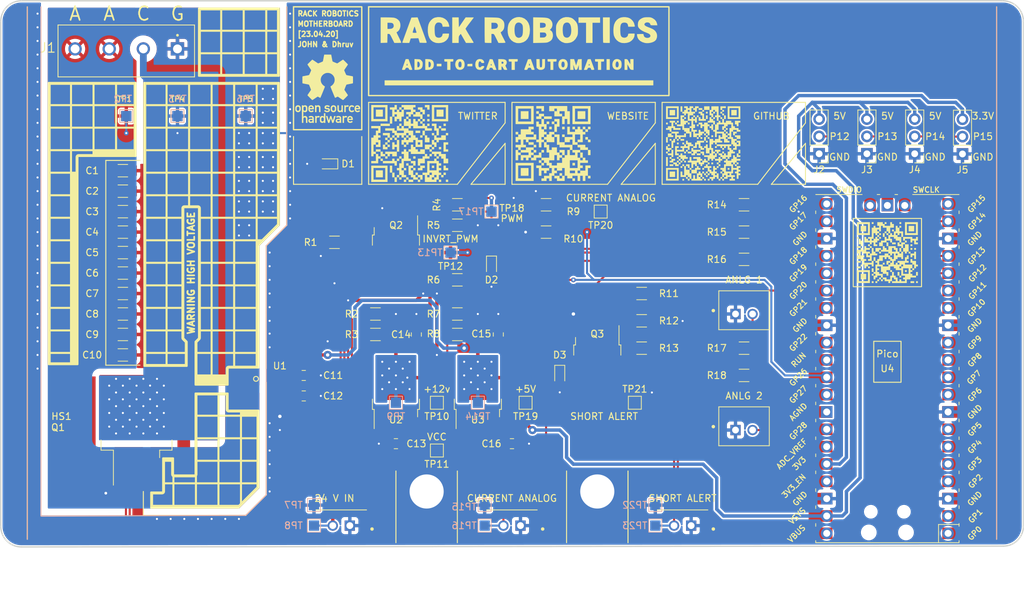
<source format=kicad_pcb>
(kicad_pcb (version 20211014) (generator pcbnew)
  (title_block (title "EDM Motherboard [23.04.20]") (date "[23.04.20]") (company "Rack Robotics, Inc."))
  (layers (0 "F.Cu" signal) (31 "B.Cu" mixed) (34 "B.Paste" user) (35 "F.Paste" user) (36 "B.SilkS" user "B.Silkscreen") (37 "F.SilkS" user "F.Silkscreen") (38 "B.Mask" user) (39 "F.Mask" user) (44 "Edge.Cuts" user))
  (net 0 "")
  (net 1 "VCC")
  (net 2 "GND")
  (net 3 "+12V")
  (net 4 "+5V")
  (net 5 "Net-(C6-Pad2)")
  (net 6 "ANODE")
  (net 7 "CATHODE")
  (net 8 "Net-(D2-Pad1)")
  (net 9 "Net-(D1-Pad1)")
  (net 10 "Net-(D3-Pad1)")
  (net 11 "CURRENT_SENSE")
  (net 12 "SHORT_ALERT")
  (net 13 "ACS")
  (net 14 "Net-(Q2-Pad1)")
  (net 15 "INVERT_PWM")
  (net 16 "Net-(Q3-Pad1)")
  (net 17 "PWM")
  (net 18 "Net-(R4-Pad1)")
  (net 19 "Net-(R5-Pad1)")
  (net 20 "STATUS_LED_1")
  (net 21 "STATUS_LED_3")
  (net 22 "STATUS_LED_2")
  (net 23 "Net-(R13-Pad1)")
  (net 24 "+3.3V")
  (net 25 "SHORT_ALERT_SIGNAL")
  (net 39 "ANALOG 1")
  (net 48 "ANALOG 2")
  (net 50 "GPIO 12")
  (net 51 "GPIO 13")
  (net 52 "GPIO 14")
  (net 53 "GPIO 15")
  (footprint "Capacitor_SMD:C_0805_2012Metric" (layer "F.Cu") (at 205 138)
    (fp_text reference "C16")
    (fp_text value "0.1 uF" hide)
  )
  (footprint "Package_TO_SOT_SMD:TO-252-2" (layer "F.Cu") (at 200 130.5 90)
    (fp_text reference "U3")
    (fp_text value "LM317_TO-252" hide)
  )
  (footprint "Package_TO_SOT_SMD:TO-263-2" (layer "F.Cu") (at 150 136 90)
    (fp_text reference "Q1")
    (fp_text value "IRF135S203" hide)
  )
  (footprint "Resistor_SMD:R_1206_3216Metric" (layer "F.Cu") (at 197 114 180)
    (fp_text reference "R6")
    (fp_text value "200 R" hide)
  )
  (footprint "TestPoint:TestPoint_Pad_1.5x1.5mm" (layer "F.Cu") (at 226 147)
    (fp_text reference "TP22")
    (fp_text value "GND" hide)
  )
  (footprint "Capacitor_SMD:C_1206_3216Metric" (layer "F.Cu") (at 148 125)
    (fp_text reference "C10")
    (fp_text value "4.7 uF" hide)
  )
  (footprint "Connector_PinHeader_2.54mm:PinHeader_1x03_P2.54mm_Vertical" (layer "F.Cu") (at 264 95.525 180)
    (fp_text reference "J4")
    (fp_text value "Conn_01x03_Male" hide)
  )
  (footprint "Resistor_SMD:R_1206_3216Metric" (layer "F.Cu") (at 239 124)
    (fp_text reference "R17")
    (fp_text value "10K R" hide)
  )
  (footprint "Capacitor_SMD:C_1206_3216Metric" (layer "F.Cu") (at 148 119)
    (fp_text reference "C8")
    (fp_text value "4.7 uF" hide)
  )
  (footprint "Capacitor_SMD:C_1206_3216Metric" (layer "F.Cu") (at 148 98)
    (fp_text reference "C1")
    (fp_text value "4.7 uF" hide)
  )
  (footprint "TestPoint:TestPoint_Pad_1.5x1.5mm" (layer "F.Cu") (at 201 147)
    (fp_text reference "TP15")
    (fp_text value "GND" hide)
  )
  (footprint "Package_TO_SOT_SMD:TO-252-2" (layer "F.Cu") (at 188 109.9 -90)
    (fp_text reference "Q2")
    (fp_text value "AOD508" hide)
  )
  (footprint "LED_SMD:LED_0603_1608Metric" (layer "F.Cu") (at 212 128 -90)
    (fp_text reference "D3")
    (fp_text value "LED" hide)
  )
  (footprint "TestPoint:TestPoint_Pad_1.5x1.5mm" (layer "F.Cu") (at 226 150)
    (fp_text reference "TP23")
    (fp_text value "SHORT ALERT" hide)
  )
  (footprint "Capacitor_SMD:C_1206_3216Metric" (layer "F.Cu") (at 148 104)
    (fp_text reference "C3")
    (fp_text value "4.7 uF" hide)
  )
  (footprint "Johns_Library:Twitter QR Code" (layer "F.Cu") (at 190 94)
    (fp_text reference "G***" hide)
    (fp_text value "LOGO" hide)
  )
  (footprint "Connector_PinHeader_2.54mm:PinHeader_1x03_P2.54mm_Vertical" (layer "F.Cu") (at 257 95.525 180)
    (fp_text reference "J3")
    (fp_text value "Conn_01x03_Male" hide)
  )
  (footprint "TestPoint:TestPoint_Pad_1.5x1.5mm" (layer "F.Cu") (at 188 132)
    (fp_text reference "TP9")
    (fp_text value "+12v" hide)
  )
  (footprint "TestPoint:TestPoint_Pad_1.5x1.5mm" (layer "F.Cu") (at 156 90)
    (fp_text reference "TP4")
    (fp_text value "CATHODE" hide)
  )
  (footprint "Package_TO_SOT_SMD:TO-252-2" (layer "F.Cu") (at 217.5 126 -90)
    (fp_text reference "Q3")
    (fp_text value "AOD508" hide)
  )
  (footprint "TestPoint:TestPoint_Pad_1.5x1.5mm" (layer "F.Cu") (at 202 104)
    (fp_text reference "TP17")
    (fp_text value "PWM" hide)
  )
  (footprint "Johns_Library:B2B-XH-A(LF)(SN)" (layer "F.Cu") (at 239 136)
    (fp_text reference "P5" hide)
    (fp_text value "THERMISTER 2" hide)
  )
  (footprint "Resistor_SMD:R_1206_3216Metric" (layer "F.Cu") (at 224 120 180)
    (fp_text reference "R12")
    (fp_text value "10K R" hide)
  )
  (footprint "Capacitor_SMD:C_1206_3216Metric" (layer "F.Cu") (at 148 116)
    (fp_text reference "C7")
    (fp_text value "4.7 uF" hide)
  )
  (footprint "Johns_Library:B2B-XH-A(LF)(SN)" (layer "F.Cu") (at 239 119)
    (fp_text reference "P4" hide)
    (fp_text value "THERMISTER 1" hide)
  )
  (footprint "TestPoint:TestPoint_Pad_1.5x1.5mm" (layer "F.Cu") (at 196 110)
    (fp_text reference "TP12")
    (fp_text value "INVRT_PWM")
  )
  (footprint "TestPoint:TestPoint_Pad_1.5x1.5mm" (layer "F.Cu") (at 156 90)
    (fp_text reference "TP3")
    (fp_text value "CATHODE" hide)
  )
  (footprint "Capacitor_SMD:C_1206_3216Metric" (layer "F.Cu") (at 148 113)
    (fp_text reference "C6")
    (fp_text value "4.7 uF" hide)
  )
  (footprint "Resistor_SMD:R_1206_3216Metric" (layer "F.Cu") (at 197 103 180)
    (fp_text reference "R4")
    (fp_text value "100 R" hide)
  )
  (footprint "Resistor_SMD:R_1206_3216Metric" (layer "F.Cu") (at 197 106 180)
    (fp_text reference "R5")
    (fp_text value "10K R" hide)
  )
  (footprint "Resistor_SMD:R_1206_3216Metric" (layer "F.Cu") (at 239 128)
    (fp_text reference "R18")
    (fp_text value "10K R" hide)
  )
  (footprint "Resistor_SMD:R_1206_3216Metric" (layer "F.Cu") (at 179 108.5 180)
    (fp_text reference "R1")
    (fp_text value "10K R" hide)
  )
  (footprint "Johns_Library:JST_S2B-XH-A(LF)(SN)" (layer "F.Cu") (at 180 150 180)
    (fp_text reference "P1" hide)
    (fp_text value "24 V IN")
  )
  (footprint "Johns_Library:Rick Roll QR Code" (layer "F.Cu") (at 260 110)
    (fp_text reference "G***" hide)
    (fp_text value "LOGO" hide)
  )
  (footprint "TestPoint:TestPoint_Pad_1.5x1.5mm" (layer "F.Cu") (at 166 90)
    (fp_text reference "TP5")
    (fp_text value "GND" hide)
  )
  (footprint "Johns_Library:Open Source Symbol" (layer "F.Cu") (at 178 86)
    (fp_text reference "G***" hide)
    (fp_text value "LOGO" hide)
  )
  (footprint "Resistor_SMD:R_1206_3216Metric" (layer "F.Cu") (at 185 119)
    (fp_text reference "R2")
    (fp_text value "8.66K" hide)
  )
  (footprint "Johns_Library:Powercore V1 Github QR Code" (layer "F.Cu") (at 233 94)
    (fp_text reference "G***")
    (fp_text value "LOGO" hide)
  )
  (footprint "TestPoint:TestPoint_Pad_1.5x1.5mm" (layer "F.Cu") (at 176 147)
    (fp_text reference "TP7")
    (fp_text value "GND" hide)
  )
  (footprint "TestPoint:TestPoint_Pad_1.5x1.5mm" (layer "F.Cu") (at 202 104)
    (fp_text reference "TP18")
    (fp_text value "PWM")
  )
  (footprint "Resistor_SMD:R_1206_3216Metric" (layer "F.Cu") (at 224 124)
    (fp_text reference "R13")
    (fp_text value "4.7K R" hide)
  )
  (footprint "Heatsink:Heatsink_AAVID_573300D00010G_TO-263" (layer "F.Cu") (at 150 135)
    (fp_text reference "HS1")
    (fp_text value "Heatsink" hide)
  )
  (footprint "Capacitor_SMD:C_1206_3216Metric" (layer "F.Cu") (at 148 107)
    (fp_text reference "C4")
    (fp_text value "4.7 uF" hide)
  )
  (footprint "Package_TO_SOT_SMD:TO-252-2" (layer "F.Cu") (at 188 130.5 90)
    (fp_text reference "U2")
    (fp_text value "LM317_TO-252" hide)
  )
  (footprint "Johns_Library:RackRobo QR Code" (layer "F.Cu") (at 211 94)
    (fp_text reference "G***")
    (fp_text value "LOGO" hide)
  )
  (footprint "TestPoint:TestPoint_Pad_1.5x1.5mm" (layer "F.Cu") (at 223 132)
    (fp_text reference "TP21")
    (fp_text value "SHORT ALERT")
  )
  (footprint "LED_SMD:LED_0603_1608Metric" (layer "F.Cu") (at 178 97 180)
    (fp_text reference "D1")
    (fp_text value "LED" hide)
  )
  (footprint "Johns_Library:Rack Robotics Logo" (layer "F.Cu") (at 206 80.5)
    (fp_text reference "G***" hide)
    (fp_text value "LOGO" hide)
  )
  (footprint "TestPoint:TestPoint_Pad_1.5x1.5mm" (layer "F.Cu") (at 148.5 90)
    (fp_text reference "TP2")
    (fp_text value "CATHODE" hide)
  )
  (footprint "Connector_PinHeader_2.54mm:PinHeader_1x03_P2.54mm_Vertical" (layer "F.Cu") (at 271 95.555 180)
    (fp_text reference "J5")
    (fp_text value "Conn_01x03_Male" hide)
  )
  (footprint "Connector_PinHeader_2.54mm:PinHeader_1x03_P2.54mm_Vertical" (layer "F.Cu") (at 250 95.525 180)
    (fp_text reference "J2")
    (fp_text value "Conn_01x03_Male" hide)
  )
  (footprint "Capacitor_SMD:C_0805_2012Metric" (layer "F.Cu") (at 188 138 180)
    (fp_text reference "C13")
    (fp_text value "0.1 uF" hide)
  )
  (footprint "Johns_Library:RPi_Pico_SMD_TH" (layer "F.Cu") (at 260 127 180)
    (fp_text reference "U4")
    (fp_text value "Pico")
  )
  (footprint "Resistor_SMD:R_1206_3216Metric" (layer "F.Cu") (at 239 107)
    (fp_text reference "R15")
    (fp_text value "200 R" hide)
  )
  (footprint "Resistor_SMD:R_1206_3216Metric" (layer "F.Cu") (at 210 103)
    (fp_text reference "R9")
    (fp_text value "2K R" hide)
  )
  (footprint "Capacitor_SMD:C_0805_2012Metric" (layer "F.Cu") (at 174.5 128)
    (fp_text reference "C11")
    (fp_text value "0.1 uF" hide)
  )
  (footprint "TestPoint:TestPoint_Pad_1.5x1.5mm" (layer "F.Cu") (at 148.5 90)
    (fp_text reference "TP1")
    (fp_text value "CATHODE" hide)
  )
  (footprint "TestPoint:TestPoint_Pad_1.5x1.5mm" (layer "F.Cu") (at 176 150)
    (fp_text reference "TP8")
    (fp_text value "VCC" hide)
  )
  (footprint "Capacitor_SMD:C_0805_2012Metric" (layer "F.Cu") (at 190.99 122 90)
    (fp_text reference "C14")
    (fp_text value "1 uF" hide)
  )
  (footprint "TestPoint:TestPoint_Pad_1.5x1.5mm" (layer "F.Cu") (at 196 110)
    (fp_text reference "TP13")
    (fp_text value "INVRT_PWM" hide)
  )
  (footprint "Capacitor_SMD:C_1206_3216Metric" (layer "F.Cu") (at 148 122)
    (fp_text reference "C9")
    (fp_text value "4.7 uF" hide)
  )
  (footprint "Resistor_SMD:R_1206_3216Metric" (layer "F.Cu") (at 239 111)
    (fp_text reference "R16")
    (fp_text value "200 R" hide)
  )
  (footprint "Johns_Library:JST_S2B-XH-A(LF)(SN)" (layer "F.Cu") (at 205 150 180)
    (fp_text reference "P2" hide)
    (fp_text value "CURRENT ANALOG")
  )
  (footprint "Resistor_SMD:R_1206_3216Metric" (layer "F.Cu") (at 185 122)
    (fp_text reference "R3")
    (fp_text value "1K R" hide)
  )
  (footprint "Resistor_SMD:R_1206_3216Metric" (layer "F.Cu") (at 239 103)
    (fp_text reference "R14")
    (fp_text value "200 R" hide)
  )
  (footprint "LED_SMD:LED_0603_1608Metric" (layer "F.Cu") (at 202 112 -90)
    (fp_text reference "D2")
    (fp_text value "LED" hide)
  )
  (footprint "Johns_Library:JST_S2B-XH-A(LF)(SN)" (layer "F.Cu") (at 230 150 180)
    (fp_text reference "P3" hide)
    (fp_text value "SHORT ALERT")
  )
  (footprint "Package_SO:SOIC-8_3.9x4.9mm_P1.27mm" (layer "F.Cu") (at 168 130)
    (fp_text reference "U1")
    (fp_text value "ACS712xLCTR-20A" hide)
  )
  (footprint "Capacitor_SMD:C_1206_3216Metric" (layer "F.Cu") (at 148 110)
    (fp_text reference "C5")
    (fp_text value "4.7 uF" hide)
  )
  (footprint "Resistor_SMD:R_1206_3216Metric" (layer "F.Cu") (at 210 107 180)
    (fp_text reference "R10")
    (fp_text value "3K R" hide)
  )
  (footprint "TestPoint:TestPoint_Pad_1.5x1.5mm" (layer "F.Cu") (at 200 132)
    (fp_text reference "TP14")
    (fp_text value "+5V" hide)
  )
  (footprint "Resistor_SMD:R_1206_3216Metric" (layer "F.Cu") (at 224 116 180)
    (fp_text reference "R11")
    (fp_text value "100 R" hide)
  )
  (footprint "Capacitor_SMD:C_0805_2012Metric" (layer "F.Cu") (at 174.5 131 180)
    (fp_text reference "C12")
    (fp_text value "1 nF" hide)
  )
  (footprint "TestPoint:TestPoint_Pad_1.5x1.5mm" (layer "F.Cu") (at 166 90)
    (fp_text reference "TP6")
    (fp_text value "GND" hide)
  )
  (footprint "TestPoint:TestPoint_Pad_1.5x1.5mm" (layer "F.Cu") (at 194 139)
    (fp_text reference "TP11")
    (fp_text value "VCC")
  )
  (footprint "TestPoint:TestPoint_Pad_1.5x1.5mm" (layer "F.Cu") (at 201 150)
    (fp_text reference "TP16")
    (fp_text value "CURRENT ANALOG" hide)
  )
  (footprint "Capacitor_SMD:C_1206_3216Metric" (layer "F.Cu") (at 148 101)
    (fp_text reference "C2")
    (fp_text value "4.7 uF" hide)
  )
  (footprint "TestPoint:TestPoint_Pad_1.5x1.5mm" (layer "F.Cu") (at 207 132)
    (fp_text reference "TP19")
    (fp_text value "+5V")
  )
  (footprint "Resistor_SMD:R_1206_3216Metric" (layer "F.Cu") (at 197 122)
    (fp_text reference "R8")
    (fp_text value "1K R" hide)
  )
  (footprint "Johns_Library:CUI_TB002-500-04BE" (layer "F.Cu") (at 156 80.1625 180)
    (fp_text reference "J1")
    (fp_text value "Screw_Terminal_01x04" hide)
  )
  (footprint "Capacitor_SMD:C_0805_2012Metric" (layer "F.Cu") (at 203 122 90)
    (fp_text reference "C15")
    (fp_text value "1 uF" hide)
  )
  (footprint "TestPoint:TestPoint_Pad_1.5x1.5mm" (layer "F.Cu") (at 218 104)
    (fp_text reference "TP20")
    (fp_text value "CURRENT ANALOG")
  )
  (footprint "TestPoint:TestPoint_Pad_1.5x1.5mm" (layer "F.Cu") (at 194 132)
    (fp_text reference "TP10")
    (fp_text value "+12v")
  )
  (footprint "Resistor_SMD:R_1206_3216Metric" (layer "F.Cu") (at 197 119)
    (fp_text reference "R7")
    (fp_text value "3K R" hide)
  )
  (gr_line (start 134 74) (end 134 152) (layer "B.SilkS") (width 0.15))
  (gr_line (start 276 74) (end 276 152) (layer "B.SilkS") (width 0.15))
  (gr_line (start 172 106) (end 169 109) (layer "B.SilkS") (width 0.15))
  (gr_line (start 169 109) (end 169 145.5) (layer "B.SilkS") (width 0.15))
  (gr_line (start 172 74) (end 172 106) (layer "B.SilkS") (width 0.15))
  (gr_line (start 136 148.6) (end 136 74) (layer "B.SilkS") (width 0.15))
  (gr_line (start 166 148.5) (end 169 145.5) (layer "B.SilkS") (width 0.15))
  (gr_line (start 166 148.5) (end 136 148.6) (layer "B.SilkS") (width 0.15))
  (gr_line (start 248 88) (end 248 91) (layer "F.SilkS") (width 0.15))
  (gr_line (start 197 142) (end 197 152.5) (layer "F.SilkS") (width 0.15))
  (gr_line (start 204 100) (end 199 100) (layer "F.SilkS") (width 0.15))
  (gr_line (start 169 129) (end 169 145.5) (layer "F.SilkS") (width 0.15))
  (gr_line (start 204 94) (end 199 100) (layer "F.SilkS") (width 0.15))
  (gr_line (start 243 100) (end 248 94) (layer "F.SilkS") (width 0.15))
  (gr_line (start 183 100) (end 183 93) (layer "F.SilkS") (width 0.15))
  (gr_rect (start 184 74) (end 228 87) (layer "F.SilkS") (width 0.2) (fill none))
  (gr_rect (start 255 105) (end 265 115) (layer "F.SilkS") (width 0.15) (fill none))
  (gr_line (start 226 88) (end 226 91) (layer "F.SilkS") (width 0.15))
  (gr_line (start 173 100) (end 183 100) (layer "F.SilkS") (width 0.15))
  (gr_line (start 184 88) (end 184 100) (layer "F.SilkS") (width 0.15))
  (gr_line (start 248 94) (end 248 100) (layer "F.SilkS") (width 0.15))
  (gr_line (start 197 100) (end 184 100) (layer "F.SilkS") (width 0.15))
  (gr_line (start 205 88) (end 226 88) (layer "F.SilkS") (width 0.15))
  (gr_line (start 173 93) (end 173 100) (layer "F.SilkS") (width 0.15))
  (gr_line (start 205 88) (end 205 100) (layer "F.SilkS") (width 0.15))
  (gr_line (start 227 88) (end 227 100) (layer "F.SilkS") (width 0.15))
  (gr_line (start 151 148.5) (end 151 145) (layer "F.SilkS") (width 0.15))
  (gr_line (start 145.5 96.5) (end 145.5 126.5) (layer "F.SilkS") (width 0.15))
  (gr_line (start 221 100) (end 226 94) (layer "F.SilkS") (width 0.15))
  (gr_circle (center 167.5 128.5) (end 167.75 128.75) (layer "F.SilkS") (width 0.15) (fill none))
  (gr_line (start 219 100) (end 205 100) (layer "F.SilkS") (width 0.15))
  (gr_line (start 204 94) (end 204 100) (layer "F.SilkS") (width 0.15))
  (gr_line (start 172 106) (end 169 109) (layer "F.SilkS") (width 0.15))
  (gr_line (start 204 91) (end 197 100) (layer "F.SilkS") (width 0.15))
  (gr_rect (start 258 123) (end 262 129) (layer "F.SilkS") (width 0.15) (fill none))
  (gr_line (start 276 152) (end 276 74) (layer "F.SilkS") (width 0.15))
  (gr_line (start 188 142) (end 188 152.5) (layer "F.SilkS") (width 0.15))
  (gr_line (start 204 88) (end 204 91) (layer "F.SilkS") (width 0.15))
  (gr_line (start 241 100) (end 227 100) (layer "F.SilkS") (width 0.15))
  (gr_line (start 226 100) (end 221 100) (layer "F.SilkS") (width 0.15))
  (gr_line (start 226 91) (end 219 100) (layer "F.SilkS") (width 0.15))
  (gr_line (start 248 100) (end 243 100) (layer "F.SilkS") (width 0.15))
  (gr_line (start 166 148.5) (end 151 148.5) (layer "F.SilkS") (width 0.15))
  (gr_line (start 169 109) (end 168.975 127) (layer "F.SilkS") (width 0.15))
  (gr_line (start 145.5 126.5) (end 150.5 126.5) (layer "F.SilkS") (width 0.15))
  (gr_line (start 134 152) (end 134 74) (layer "F.SilkS") (width 0.15))
  (gr_rect (start 173 74) (end 183 92) (layer "F.SilkS") (width 0.2) (fill none))
  (gr_line (start 248 91) (end 241 100) (layer "F.SilkS") (width 0.15))
  (gr_line (start 172 74) (end 172 106) (layer "F.SilkS") (width 0.15))
  (gr_line (start 166 148.5) (end 169 145.5) (layer "F.SilkS") (width 0.15))
  (gr_line (start 222 142) (end 222 152.5) (layer "F.SilkS") (width 0.15))
  (gr_line (start 145.5 96.5) (end 150.5 96.5) (layer "F.SilkS") (width 0.15))
  (gr_line (start 227 88) (end 248 88) (layer "F.SilkS") (width 0.15))
  (gr_line (start 213 142) (end 213 152.5) (layer "F.SilkS") (width 0.15))
  (gr_line (start 184 88) (end 204 88) (layer "F.SilkS") (width 0.15))
  (gr_line (start 226 94) (end 226 100) (layer "F.SilkS") (width 0.15))
  (gr_line (start 130.12132 150.12132) (end 130.12132 76.12132) (layer "Edge.Cuts") (width 0.2))
  (gr_arc (start 279.92132 150.12132) (mid 279.050665 152.159404) (end 277 153) (layer "Edge.Cuts") (width 0.2))
  (gr_line (start 279.92132 76.12132) (end 279.92132 150.12132) (layer "Edge.Cuts") (width 0.2))
  (gr_line (start 133.12132 73.12132) (end 276.92132 73.12132) (layer "Edge.Cuts") (width 0.2))
  (gr_arc (start 276.92132 73.12132) (mid 279.04262 74.000008) (end 279.92132 76.12132) (layer "Edge.Cuts") (width 0.2))
  (gr_line (start 133.12132 153.12132) (end 277 153) (layer "Edge.Cuts") (width 0.2))
  (gr_arc (start 130.12132 76.12132) (mid 130.999994 73.999994) (end 133.12132 73.12132) (layer "Edge.Cuts") (width 0.2))
  (gr_arc (start 133.12132 153.12132) (mid 130.99998 152.242649) (end 130.12132 150.12132) (layer "Edge.Cuts") (width 0.2))
  (gr_text "A" (at 141 75) (layer "F.SilkS") (effects (font (size 2 2) (thickness 0.25))))
  (gr_text "WARNING HIGH VOLTAGE" (at 158 113 90) (layer "F.SilkS") (effects (font (size 1 1) (thickness 0.25))))
  (gr_text "[23.04.20]" (at 173.5 78) (layer "F.SilkS") (effects (font (size 0.75 0.75) (thickness 0.1875)) (justify left)))
  (gr_text "JOHN & Dhruv" (at 173.5 79.5) (layer "F.SilkS") (effects (font (size 0.75 0.75) (thickness 0.1875)) (justify left)))
  (gr_text "5V" (at 267 90) (layer "F.SilkS") (effects (font (size 1 1))))
  (gr_text "P12" (at 253 93) (layer "F.SilkS") (effects (font (size 1 1))))
  (gr_text "RACK ROBOTICS" (at 173.5 75) (layer "F.SilkS") (effects (font (size 0.75 0.75) (thickness 0.1875)) (justify left)))
  (gr_text "C" (at 151 75) (layer "F.SilkS") (effects (font (size 2 2) (thickness 0.25))))
  (gr_text "P15" (at 274 93) (layer "F.SilkS") (effects (font (size 1 1))))
  (gr_text "ANLG 1" (at 239 114) (layer "F.SilkS") (effects (font (size 1 1))))
  (gr_text "P13" (at 260 93) (layer "F.SilkS") (effects (font (size 1 1))))
  (gr_text "GITHUB" (at 243 90) (layer "F.SilkS") (effects (font (size 1 1))))
  (gr_text "A" (at 146 75) (layer "F.SilkS") (effects (font (size 2 2) (thickness 0.25))))
  (gr_text "WEBSITE" (at 222 90) (layer "F.SilkS") (effects (font (size 1 1))))
  (gr_text "GND" (at 267 96) (layer "F.SilkS") (effects (font (size 1 1))))
  (gr_text "3.3V\n" (at 274 90) (layer "F.SilkS") (effects (font (size 1 1))))
  (gr_text "ANLG 2" (at 239 131) (layer "F.SilkS") (effects (font (size 1 1))))
  (gr_text "P14" (at 267 93) (layer "F.SilkS") (effects (font (size 1 1))))
  (gr_text "G" (at 156 75) (layer "F.SilkS") (effects (font (size 2 2) (thickness 0.25))))
  (gr_text "5V\n" (at 260 90) (layer "F.SilkS") (effects (font (size 1 1))))
  (gr_text "TWITTER" (at 200 90) (layer "F.SilkS") (effects (font (size 1 1))))
  (gr_text "GND" (at 274 96) (layer "F.SilkS") (effects (font (size 1 1))))
  (gr_text "GND" (at 260 96) (layer "F.SilkS") (effects (font (size 1 1))))
  (gr_text "GND" (at 253 96) (layer "F.SilkS") (effects (font (size 1 1))))
  (gr_text "MOTHERBOARD" (at 173.5 76.5) (layer "F.SilkS") (effects (font (size 0.75 0.75) (thickness 0.1875)) (justify left)))
  (gr_text "5V\n" (at 253 90) (layer "F.SilkS") (effects (font (size 1 1))))
  (segment (start 178.75 150) (end 178.75 140.25) (width 0.5) (layer "F.Cu") (net 1))
  (segment (start 188.5 139.5) (end 188.95 139.05) (width 0.5) (layer "F.Cu") (net 1))
  (segment (start 182.7 139.5) (end 188.5 139.5) (width 0.5) (layer "F.Cu") (net 1))
  (segment (start 178.75 140.25) (end 179.5 139.5) (width 0.5) (layer "F.Cu") (net 1))
  (segment (start 179.5 139.5) (end 182.6 139.5) (width 0.5) (layer "F.Cu") (net 1))
  (segment (start 188.95 139.05) (end 188.95 138) (width 0.5) (layer "F.Cu") (net 1))
  (segment (start 176 150) (end 178.75 150) (width 0.3) (layer "B.Cu") (net 1))
  (segment (start 178.0875 116.309682) (end 181.55 119.772182) (width 0.3) (layer "F.Cu") (net 2))
  (segment (start 178.0875 114.9125) (end 178.0875 116.309682) (width 0.3) (layer "F.Cu") (net 2))
  (segment (start 205.2505 102) (end 205.2505 101.323182) (width 0.3) (layer "F.Cu") (net 2))
  (segment (start 178.5 114.5) (end 178.0875 114.9125) (width 0.3) (layer "F.Cu") (net 2))
  (segment (start 172.5 106.3125) (end 169.5 109.3125) (width 0.5) (layer "F.Cu") (net 2))
  (segment (start 246.55 104.45) (end 247 104) (width 0.3) (layer "F.Cu") (net 2))
  (segment (start 172.5 75) (end 172.5 106.3125) (width 0.5) (layer "F.Cu") (net 2))
  (segment (start 205.2505 101.323182) (end 204.927318 101) (width 0.3) (layer "F.Cu") (net 2))
  (segment (start 173.227818 136.55) (end 171.55 138.227818) (width 0.3) (layer "F.Cu") (net 2))
  (segment (start 181 117) (end 191 117) (width 0.5) (layer "F.Cu") (net 2))
  (segment (start 179.35 122.65) (end 179.35 120.683453) (width 0.3) (layer "F.Cu") (net 2))
  (segment (start 170.475 133.475) (end 170.475 131.905) (width 0.5) (layer "F.Cu") (net 2))
  (segment (start 177.2125 97) (end 175 97) (width 0.3) (layer "F.Cu") (net 2))
  (segment (start 148.45 147.227818) (end 146.472182 145.25) (width 0.3) (layer "F.Cu") (net 2))
  (segment (start 225.5 130.5) (end 226.45 131.45) (width 0.3) (layer "F.Cu") (net 2))
  (segment (start 148.45 150.227818) (end 148.45 147.227818) (width 0.3) (layer "F.Cu") (net 2))
  (segment (start 169.5 123.875) (end 169.5 124) (width 0.5) (layer "F.Cu") (net 2))
  (segment (start 223.772182 109.45) (end 228.772182 104.45) (width 0.3) (layer "F.Cu") (net 2))
  (segment (start 175.45 128) (end 177 128) (width 0.3) (layer "F.Cu") (net 2))
  (segment (start 185.72 103.78) (end 185.72 105.7) (width 0.5) (layer "F.Cu") (net 2))
  (segment (start 181.544364 105.4) (end 182.4 104.544364) (width 0.3) (layer "F.Cu") (net 2))
  (segment (start 190.99 119.01) (end 191 119) (width 0.3) (layer "F.Cu") (net 2))
  (segment (start 186 103.5) (end 185.72 103.78) (width 0.5) (layer "F.Cu") (net 2))
  (segment (start 203 106) (end 202.55 106.45) (width 0.3) (layer "F.Cu") (net 2))
  (segment (start 175.45 131) (end 177 131) (width 0.3) (layer "F.Cu") (net 2))
  (segment (start 191 117) (end 192 116) (width 0.5) (layer "F.Cu") (net 2))
  (segment (start 165.979857 149.020143) (end 151 149.020143) (width 0.5) (layer "F.Cu") (net 2))
  (segment (start 181.55 134.227817) (end 179.227818 136.55) (width 0.3) (layer "F.Cu") (net 2))
  (segment (start 191.044366 99.9) (end 205.382953 99.9) (width 0.3) (layer "F.Cu") (net 2))
  (segment (start 191.5 101) (end 191 101.5) (width 0.3) (layer "F.Cu") (net 2))
  (segment (start 207 107) (end 208.5375 107) (width 0.3) (layer "F.Cu") (net 2))
  (segment (start 202.55 108.772182) (end 203.227818 109.45) (width 0.3) (layer "F.Cu") (net 2))
  (segment (start 169.5 120) (end 169.5 120.125) (width 0.5) (layer "F.Cu") (net 2))
  (segment (start 191 101.5) (end 184.5 101.5) (width 0.3) (layer "F.Cu") (net 2))
  (segment (start 184.5 101.5) (end 183.5 102.5) (width 0.3) (layer "F.Cu") (net 2))
  (segment (start 204.927318 101) (end 191.5 101) (width 0.3) (layer "F.Cu") (net 2))
  (segment (start 175.5 115.277818) (end 180.45 120.227818) (width 0.3) (layer "F.Cu") (net 2))
  (segment (start 182 106.5) (end 176.5 106.5) (width 0.3) (layer "F.Cu") (net 2))
  (segment (start 179.35 120.683453) (end 174.4 115.733453) (width 0.3) (layer "F.Cu") (net 2))
  (segment (start 174.4 107.044364) (end 176.044365 105.4) (width 0.3) (layer "F.Cu") (net 2))
  (segment (start 214.44 119) (end 215.22 119.78) (width 0.5) (layer "F.Cu") (net 2))
  (segment (start 172.222182 136) (end 171 136) (width 0.3) (layer "F.Cu") (net 2))
  (segment (start 200 119) (end 198.4625 119) (width 0.3) (layer "F.Cu") (net 2))
  (segment (start 184.044365 100.4) (end 190.544364 100.4) (width 0.3) (layer "F.Cu") (net 2))
  (segment (start 186.715 138) (end 187.04 138.325) (width 0.5) (layer "F.Cu") (net 2))
  (segment (start 231.25 148.75) (end 231.25 150) (width 0.3) (layer "F.Cu") (net 2))
  (segment (start 205.382953 99.9) (end 206.482953 101) (width 0.3) (layer "F.Cu") (net 2))
  (segment (start 183.5 105) (end 182 106.5) (width 0.3) (layer "F.Cu") (net 2))
  (segment (start 178.772182 135.45) (end 172.772182 135.45) (width 0.3) (layer "F.Cu") (net 2))
  (segment (start 176.5 106.5) (end 175.5 107.5) (width 0.3) (layer "F.Cu") (net 2))
  (segment (start 169.5 135) (end 169.5 145.5) (width 0.5) (layer "F.Cu") (net 2))
  (segment (start 178 123) (end 179 123) (width 0.3) (layer "F.Cu") (net 2))
  (segment (start 179 114.5) (end 178.5 114.5) (width 0.3) (layer "F.Cu") (net 2))
  (segment (start 194 116) (end 194 125) (width 0.5) (layer "F.Cu") (net 2))
  (segment (start 214 119) (end 214.44 119) (width 0.5) (layer "F.Cu") (net 2))
  (segment (start 174.4 115.733453) (end 174.4 107.044364) (width 0.3) (layer "F.Cu") (net 2))
  (segment (start 175.5 107.5) (end 175.5 115.277818) (width 0.3) (layer "F.Cu") (net 2))
  (segment (start 212 128.7875) (end 212 130.475) (width 0.3) (layer "F.Cu") (net 2))
  (segment (start 229.975 120) (end 225.4625 120) (width 0.5) (layer "F.Cu") (net 2))
  (segment (start 172.772182 135.45) (end 172.222182 136) (width 0.3) (layer "F.Cu") (net 2))
  (segment (start 203.227818 109.45) (end 223.772182 109.45) (width 0.3) (layer "F.Cu") (net 2))
  (segment (start 149.772183 151.55) (end 148.45 150.227818) (width 0.3) (layer "F.Cu") (net 2))
  (segment (start 181.55 119.772182) (end 181.55 134.227817) (width 0.3) (layer "F.Cu") (net 2))
  (segment (start 185.5 138) (end 186.715 138) (width 0.5) (layer "F.Cu") (net 2))
  (segment (start 182.4 102.044364) (end 184.044365 100.4) (width 0.3) (layer "F.Cu") (net 2))
  (segment (start 169.5 145.5) (end 165.979857 149.020143) (width 0.5) (layer "F.Cu") (net 2))
  (segment (start 230 120.025) (end 229.975 120) (width 0.5) (layer "F.Cu") (net 2))
  (segment (start 207.5 138) (end 205.95 138) (width 0.5) (layer "F.Cu") (net 2))
  (segment (start 206.482953 101) (end 208.5 101) (width 0.3) (layer "F.Cu") (net 2))
  (segment (start 229.3 132.522183) (end 229.3 146.8) (width 0.3) (layer "F.Cu") (net 2))
  (segment (start 190.544364 100.4) (end 191.044366 99.9) (width 0.3) (layer "F.Cu") (net 2))
  (segment (start 176.044365 105.4) (end 181.544364 105.4) (width 0.3) (layer "F.Cu") (net 2))
  (segment (start 228.227818 131.45) (end 229.3 132.522183) (width 0.3) (layer "F.Cu") (net 2))
  (segment (start 179.227818 136.55) (end 173.227818 136.55) (width 0.3) (layer "F.Cu") (net 2))
  (segment (start 200 106) (end 198.4625 106) (width 0.5) (layer "F.Cu") (net 2))
  (segment (start 171.55 138.227818) (end 171.55 148.227817) (width 0.3) (layer "F.Cu") (net 2))
  (segment (start 171 134) (end 170.475 133.475) (width 0.5) (layer "F.Cu") (net 2))
  (segment (start 202.55 106.45) (end 202.55 108.772182) (width 0.3) (layer "F.Cu") (net 2))
  (segment (start 180.45 120.227818) (end 180.45 133.772182) (width 0.3) (layer "F.Cu") (net 2))
  (segment (start 202 115) (end 202 112.7875) (width 0.3) (layer "F.Cu") (net 2))
  (segment (start 135.5 77) (end 135.5 75) (width 0.5) (layer "F.Cu") (net 2))
  (segment (start 215.22 119.78) (end 215.22 121.8) (width 0.5) (layer "F.Cu") (net 2))
  (segment (start 168.227818 151.55) (end 149.772183 151.55) (width 0.3) (layer "F.Cu") (net 2))
  (segment (start 182.4 104.544364) (end 182.4 102.044364) (width 0.3) (layer "F.Cu") (net 2))
  (segment (start 228.772182 104.45) (end 246.55 104.45) (width 0.3) (layer "F.Cu") (net 2))
  (segment (start 226.45 131.45) (end 228.227818 131.45) (width 0.3) (layer "F.Cu") (net 2))
  (segment (start 190.99 121.05) (end 190.99 119.01) (width 0.3) (layer "F.Cu") (net 2))
  (segment (start 146.472182 145.25) (end 145.5 145.25) (width 0.3) (layer "F.Cu") (net 2))
  (segment (start 229.3 146.8) (end 231.25 148.75) (width 0.3) (layer "F.Cu") (net 2))
  (segment (start 203 119) (end 203 121.05) (width 0.3) (layer "F.Cu") (net 2))
  (segment (start 171.55 148.227817) (end 168.227818 151.55) (width 0.3) (layer "F.Cu") (net 2))
  (segment (start 188 119) (end 186.4625 119) (width 0.3) (layer "F.Cu") (net 2))
  (segment (start 177 110.5) (end 177.5375 109.9625) (width 0.3) (layer "F.Cu") (net 2))
  (segment (start 180.45 133.772182) (end 178.772182 135.45) (width 0.3) (layer "F.Cu") (net 2))
  (segment (start 179 123) (end 179.35 122.65) (width 0.3) (layer "F.Cu") (net 2))
  (segment (start 169.5 109.3125) (end 169.5 123.875) (width 0.5) (layer "F.Cu") (net 2))
  (segment (start 177.5375 109.9625) (end 177.5375 108.5) (width 0.3) (layer "F.Cu") (net 2))
  (segment (start 183.5 102.5) (end 183.5 105) (width 0.3) (layer "F.Cu") (net 2))
  (segment (start 135.5 77) (end 135.5 127) (width 0.5) (layer "F.Cu") (net 2))
  (via (at 168.5 87.5) (size 0.7) (drill 0.3) (layers "F.Cu" "B.Cu") (net 2))
  (via (at 166.5 97.5) (size 0.7) (drill 0.3) (layers "F.Cu" "B.Cu") (net 2))
  (via (at 203 106) (size 0.7) (drill 0.3) (layers "F.Cu" "B.Cu") (net 2))
  (via (at 135.5 111) (size 0.7) (drill 0.3) (layers "F.Cu" "B.Cu") (net 2))
  (via (at 169.5 143) (size 0.7) (drill 0.3) (layers "F.Cu" "B.Cu") (net 2))
  (via (at 191 119) (size 0.7) (drill 0.3) (layers "F.Cu" "B.Cu") (net 2))
  (via (at 168.5 91) (size 0.7) (drill 0.3) (layers "F.Cu" "B.Cu") (net 2))
  (via (at 169.5 123.875) (size 0.7) (drill 0.3) (layers "F.Cu" "B.Cu") (net 2))
  (via (at 169.5 116) (size 0.7) (drill 0.3) (layers "F.Cu" "B.Cu") (net 2))
  (via (at 207.5 138) (size 0.7) (drill 0.3) (layers "F.Cu" "B.Cu") (net 2))
  (via (at 135.5 117) (size 0.7) (drill 0.3) (layers "F.Cu" "B.Cu") (net 2))
  (via (at 205.2505 102) (size 0.7) (drill 0.3) (layers "F.Cu" "B.Cu") (net 2))
  (via (at 135.5 125) (size 0.7) (drill 0.3) (layers "F.Cu" "B.Cu") (net 2))
  (via (at 169.5 135) (size 0.7) (drill 0.3) (layers "F.Cu" "B.Cu") (net 2))
  (via (at 172.5 99) (size 0.7) (drill 0.3) (layers "F.Cu" "B.Cu") (net 2))
  (via (at 178 123) (size 0.7) (drill 0.3) (layers "F.Cu" "B.Cu") (net 2))
  (via (at 172.5 85) (size 0.7) (drill 0.3) (layers "F.Cu" "B.Cu") (net 2))
  (via (at 170 97.5) (size 0.7) (drill 0.3) (layers "F.Cu" "B.Cu") (net 2))
  (via (at 166.5 94) (size 0.7) (drill 0.3) (layers "F.Cu" "B.Cu") (net 2))
  (via (at 163 149.021647) (size 0.7) (drill 0.3) (layers "F.Cu" "B.Cu") (net 2))
  (via (at 155 149.021647) (size 0.7) (drill 0.3) (layers "F.Cu" "B.Cu") (net 2))
  (via (at 168.5 92.5) (size 0.7) (drill 0.3) (layers "F.Cu" "B.Cu") (net 2))
  (via (at 192 116) (size 0.7) (drill 0.3) (layers "F.Cu" "B.Cu") (net 2))
  (via (at 194 116) (size 0.7) (drill 0.3) (layers "F.Cu" "B.Cu") (net 2))
  (via (at 159 149.021647) (size 0.7) (drill 0.3) (layers "F.Cu" "B.Cu") (net 2))
  (via (at 135.5 99) (size 0.7) (drill 0.3) (layers "F.Cu" "B.Cu") (net 2))
  (via (at 169.5 137) (size 0.7) (drill 0.3) (layers "F.Cu" "B.Cu") (net 2))
  (via (at 135.5 107) (size 0.7) (drill 0.3) (layers "F.Cu" "B.Cu") (net 2))
  (via (at 166.5 107.5) (size 0.7) (drill 0.3) (layers "F.Cu" "B.Cu") (net 2))
  (via (at 168.5 94) (size 0.7) (drill 0.3) (layers "F.Cu" "B.Cu") (net 2))
  (via (at 230 120.025) (size 0.7) (drill 0.3) (layers "F.Cu" "B.Cu") (net 2))
  (via (at 145.5 145.25) (size 0.8) (drill 0.4) (layers "F.Cu" "B.Cu") (net 2))
  (via (at 169.5 110) (size 0.7) (drill 0.3) (layers "F.Cu" "B.Cu") (net 2))
  (via (at 200 106) (size 0.7) (drill 0.3) (layers "F.Cu" "B.Cu") (net 2))
  (via (at 212 130.475) (size 0.7) (drill 0.3) (layers "F.Cu" "B.Cu") (net 2))
  (via (at 200 119) (size 0.7) (drill 0.3) (layers "F.Cu" "B.Cu") (net 2))
  (via (at 207 107) (size 0.8) (drill 0.4) (layers "F.Cu" "B.Cu") (net 2))
  (via (at 172.5 103) (size 0.7) (drill 0.3) (layers "F.Cu" "B.Cu") (net 2))
  (via (at 135.5 113) (size 0.7) (drill 0.3) (layers "F.Cu" "B.Cu") (net 2))
  (via (at 166.5 102.5) (size 0.7) (drill 0.3) (layers "F.Cu" "B.Cu") (net 2))
  (via (at 166.5 101) (size 0.7) (drill 0.3) (layers "F.Cu" "B.Cu") (net 2))
  (via (at 171 136) (size 0.7) (drill 0.3) (layers "F.Cu" "B.Cu") (net 2))
  (via (at 168.5 97.5) (size 0.7) (drill 0.3) (layers "F.Cu" "B.Cu") (net 2))
  (via (at 185.5 138) (size 0.7) (drill 0.3) (layers "F.Cu" "B.Cu") (net 2))
  (via (at 135.5 119) (size 0.7) (drill 0.3) (layers "F.Cu" "B.Cu") (net 2))
  (via (at 170 99.5) (size 0.7) (drill 0.3) (layers "F.Cu" "B.Cu") (net 2))
  (via (at 172.5 95) (size 0.7) (drill 0.3) (layers "F.Cu" "B.Cu") (net 2))
  (via (at 165 102.5) (size 0.7) (drill 0.3) (layers "F.Cu" "B.Cu") (net 2))
  (via (at 135.5 85) (size 0.7) (drill 0.3) (layers "F.Cu" "B.Cu") (net 2))
  (via (at 172.5 105) (size 0.7) (drill 0.3) (layers "F.Cu" "B.Cu") (net 2))
  (via (at 135.5 89) (size 0.7) (drill 0.3) (layers "F.Cu" "B.Cu") (net 2))
  (via (at 172.5 97) (size 0.7) (drill 0.3) (layers "F.Cu" "B.Cu") (net 2))
  (via (at 168.5 104) (size 0.7) (drill 0.3) (layers "F.Cu" "B.Cu") (net 2))
  (via (at 203 119) (size 0.7) (drill 0.3) (layers "F.Cu" "B.Cu") (net 2))
  (via (at 168.5 102.5) (size 0.7) (drill 0.3) (layers "F.Cu" "B.Cu") (net 2))
  (via (at 135.5 109) (size 0.7) (drill 0.3) (layers "F.Cu" "B.Cu") (net 2))
  (via (at 172.5 91) (size 0.7) (drill 0.3) (layers "F.Cu" "B.Cu") (net 2))
  (via (at 165 107.5) (size 0.7) (drill 0.3) (layers "F.Cu" "B.Cu") (net 2))
  (via (at 192.5 145) (size 6) (drill 5) (layers "F.Cu" "B.Cu") (net 2))
  (via (at 165 101) (size 0.7) (drill 0.3) (layers "F.Cu" "B.Cu") (net 2))
  (via (at 165 96) (size 0.7) (drill 0.3) (layers "F.Cu" "B.Cu") (net 2))
  (via (at 170 86) (size 0.7) (drill 0.3) (layers "F.Cu" "B.Cu") (net 2))
  (via (at 165 99.5) (size 0.7) (drill 0.3) (layers "F.Cu" "B.Cu") (net 2))
  (via (at 165 106) (size 0.7) (drill 0.3) (layers "F.Cu" "B.Cu") (net 2))
  (via (at 170 91) (size 0.7) (drill 0.3) (layers "F.Cu" "B.Cu") (net 2))
  (via (at 135.5 115) (size 0.7) (drill 0.3) (layers "F.Cu" "B.Cu") (net 2))
  (via (at 135.5 77) (size 0.7) (drill 0.3) (layers "F.Cu" "B.Cu") (net 2))
  (via (at 169.5 118) (size 0.7) (drill 0.3) (layers "F.Cu" "B.Cu") (net 2))
  (via (at 170 102.5) (size 0.7) (drill 0.3) (layers "F.Cu" "B.Cu") (net 2))
  (via (at 169.5 112) (size 0.7) (drill 0.3) (layers "F.Cu" "B.Cu") (net 2))
  (via (at 171 134) (size 1.2) (drill 0.5) (layers "F.Cu" "B.Cu") (net 2))
  (via (at 181 117) (size 0.7) (drill 0.3) (layers "F.Cu" "B.Cu") (net 2))
  (via (at 135.5 105) (size 0.7) (drill 0.3) (layers "F.Cu" "B.Cu") (net 2))
  (via (at 135.5 127) (size 0.7) (drill 0.3) (layers "F.Cu" "B.Cu") (net 2))
  (via (at 225.5 130.5) (size 0.7) (drill 0.3) (layers "F.Cu" "B.Cu") (net 2))
  (via (at 170 104) (size 0.7) (drill 0.3) (layers "F.Cu" "B.Cu") (net 2))
  (via (at 135.5 103) (size 0.7) (drill 0.3) (layers "F.Cu" "B.Cu") (net 2))
  (via (at 166.5 96) (size 0.7) (drill 0.3) (layers "F.Cu" "B.Cu") (net 2))
  (via (at 168.5 99.5) (size 0.7) (drill 0.3) (layers "F.Cu" "B.Cu") (net 2))
  (via (at 172.5 89) (size 0.7) (drill 0.3) (layers "F.Cu" "B.Cu") (net 2))
  (via (at 217.5 145) (size 6) (drill 5) (layers "F.Cu" "B.Cu") (net 2))
  (via (at 177 131) (size 0.7) (drill 0.3) (layers "F.Cu" "B.Cu") (net 2))
  (via (at 135.5 123) (size 0.7) (drill 0.3) (layers "F.Cu" "B.Cu") (net 2))
  (via (at 188 119) (size 0.7) (drill 0.3) (layers "F.Cu" "B.Cu") (net 2))
  (via (at 177 110.5) (size 0.7) (drill 0.3) (layers "F.Cu" "B.Cu") (net 2))
  (via (at 172.5 83) (size 0.7) (drill 0.3) (layers "F.Cu" "B.Cu") (net 2))
  (via (at 135.5 121) (size 0.7) (drill 0.3) (layers "F.Cu" "B.Cu") (net 2))
  (via (at 214 119) (size 1.2) (drill 0.5) (layers "F.Cu" "B.Cu") (net 2))
  (via (at 170 87.5) (size 0.7) (drill 0.3) (layers "F.Cu" "B.Cu") (net 2))
  (via (at 168.5 89.5) (size 0.7) (drill 0.3) (layers "F.Cu" "B.Cu") (net 2))
  (via (at 135.5 79) (size 0.7) (drill 0.3) (layers "F.Cu" "B.Cu") (net 2))
  (via (at 135.5 75) (size 0.7) (drill 0.3) (layers "F.Cu" "B.Cu") (net 2))
  (via (at 172.5 75) (size 0.7) (drill 0.3) (layers "F.Cu" "B.Cu") (net 2))
  (via (at 186 103.5) (size 0.7) (drill 0.3) (layers "F.Cu" "B.Cu") (net 2))
  (via (at 165 94) (size 0.7) (drill 0.3) (layers "F.Cu" "B.Cu") (net 2))
  (via (at 168.5 96) (size 0.7) (drill 0.3) (layers "F.Cu" "B.Cu") (net 2))
  (via (at 175 97) (size 0.7) (drill 0.3) (layers "F.Cu" "B.Cu") (net 2))
  (via (at 135.5 81) (size 0.7) (drill 0.3) (layers "F.Cu" "B.Cu") (net 2))
  (via (at 166.5 99.5) (size 0.7) (drill 0.3) (layers "F.Cu" "B.Cu") (net 2))
  (via (at 161 149.021647) (size 0.7) (drill 0.3) (layers "F.Cu" "B.Cu") (net 2))
  (via (at 135.5 95) (size 0.7) (drill 0.3) (layers "F.Cu" "B.Cu") (net 2))
  (via (at 170 94) (size 0.7) (drill 0.3) (layers "F.Cu" "B.Cu") (net 2))
  (via (at 169.5 145) (size 0.7) (drill 0.3) (layers "F.Cu" "B.Cu") (net 2))
  (via (at 208.5 101) (size 0.7) (drill 0.3) (layers "F.Cu" "B.Cu") (net 2))
  (via (at 179 114.5) (size 0.7) (drill 0.3) (layers "F.Cu" "B.Cu") (net 2))
  (via (at 170 92.5) (size 0.7) (drill 0.3) (layers "F.Cu" "B.Cu") (net 2))
  (via (at 172.5 101) (size 0.7) (drill 0.3) (layers "F.Cu" "B.Cu") (net 2))
  (via (at 169.5 139) (size 0.7) (drill 0.3) (layers "F.Cu" "B.Cu") (net 2))
  (via (at 172.5 87) (size 0.7) (drill 0.3) (layers "F.Cu" "B.Cu") (net 2))
  (via (at 169.5 120) (size 0.7) (drill 0.3) (layers "F.Cu" "B.Cu") (net 2))
  (via (at 172.5 77) (size 0.7) (drill 0.3) (layers "F.Cu" "B.Cu") (net 2))
  (via (at 135.5 93) (size 0.7) (drill 0.3) (layers "F.Cu" "B.Cu") (net 2))
  (via (at 165 97.5) (size 0.7) (drill 0.3) (layers "F.Cu" "B.Cu") (net 2))
  (via (at 166.5 92.5) (size 0.7) (drill 0.3) (layers "F.Cu" "B.Cu") (net 2))
  (via (at 165 92.5) (size 0.7) (drill 0.3) (layers "F.Cu" "B.Cu") (net 2))
  (via (at 169.5 114) (size 0.7) (drill 0.3) (layers "F.Cu" "B.Cu") (net 2))
  (via (at 157 149.021647) (size 0.7) (drill 0.3) (layers "F.Cu" "B.Cu") (net 2))
  (via (at 169.5 121.875) (size 0.7) (drill 0.3) (layers "F.Cu" "B.Cu") (net 2))
  (via (at 165 149.021647) (size 0.7) (drill 0.3) (layers "F.Cu" "B.Cu") (net 2))
  (via (at 168.5 101) (size 0.7) (drill 0.3) (layers "F.Cu" "B.Cu") (net 2))
  (via (at 135.5 101) (size 0.7) (drill 0.3) (layers "F.Cu" "B.Cu") (net 2))
  (via (at 166.5 106) (size 0.7) (drill 0.3) (layers "F.Cu" "B.Cu") (net 2))
  (via (at 165 104) (size 0.7) (drill 0.3) (layers "F.Cu" "B.Cu") (net 2))
  (via (at 177 128) (size 0.7) (drill 0.3) (layers "F.Cu" "B.Cu") (net 2))
  (via (at 172.5 93) (size 0.7) (drill 0.3) (layers "F.Cu" "B.Cu") (net 2))
  (via (at 168.5 86) (size 0.7) (drill 0.3) (layers "F.Cu" "B.Cu") (net 2))
  (via (at 166.5 104) (size 0.7) (drill 0.3) (layers "F.Cu" "B.Cu") (net 2))
  (via (at 135.5 91) (size 0.7) (drill 0.3) (layers "F.Cu" "B.Cu") (net 2))
  (via (at 135.5 83) (size 0.7) (drill 0.3) (layers "F.Cu" "B.Cu") (net 2))
  (via (at 172.5 79) (size 0.7) (drill 0.3) (layers "F.Cu" "B.Cu") (net 2))
  (via (at 170 101) (size 0.7) (drill 0.3) (layers "F.Cu" "B.Cu") (net 2))
  (via (at 170 96) (size 0.7) (drill 0.3) (layers "F.Cu" "B.Cu") (net 2))
  (via (at 172.5 81) (size 0.7) (drill 0.3) (layers "F.Cu" "B.Cu") (net 2))
  (via (at 169.5 141) (size 0.7) (drill 0.3) (layers "F.Cu" "B.Cu") (net 2))
  (via (at 152.990773 149.020143) (size 0.7) (drill 0.3) (layers "F.Cu" "B.Cu") (net 2))
  (via (at 170 89.5) (size 0.7) (drill 0.3) (layers "F.Cu" "B.Cu") (net 2))
  (via (at 202 115) (size 0.7) (drill 0.3) (layers "F.Cu" "B.Cu") (net 2))
  (via (at 135.5 97) (size 0.7) (drill 0.3) (layers "F.Cu" "B.Cu") (net 2))
  (via (at 194 125) (size 0.7) (drill 0.3) (layers "F.Cu" "B.Cu") (net 2))
  (via (at 247 104) (size 0.7) (drill 0.3) (layers "F.Cu" "B.Cu") (net 2))
  (via (at 135.5 87) (size 0.7) (drill 0.3) (layers "F.Cu" "B.Cu") (net 2))
  (segment (start 171 92.5) (end 172 92.5) (width 0.3) (layer "B.Cu") (net 2))
  (segment (start 193 115) (end 193 127.675) (width 0.5) (layer "F.Cu") (net 3))
  (segment (start 188.325 128.325) (end 188 128) (width 0.5) (layer "F.Cu") (net 3))
  (segment (start 193 130) (end 194 131) (width 0.5) (layer "F.Cu") (net 3))
  (segment (start 194 131) (end 194 132) (width 0.5) (layer "F.Cu") (net 3))
  (segment (start 194 114) (end 193 115) (width 0.5) (layer "F.Cu") (net 3))
  (segment (start 193 127.675) (end 193 130) (width 0.5) (layer "F.Cu") (net 3))
  (segment (start 193 127.675) (end 192.35 128.325) (width 0.5) (layer "F.Cu") (net 3))
  (segment (start 189.675 128.325) (end 188.325 128.325) (width 0.5) (layer "F.Cu") (net 3))
  (segment (start 192.35 128.325) (end 191.675 128.325) (width 0.5) (layer "F.Cu") (net 3))
  (segment (start 194 114) (end 195.5375 114) (width 0.5) (layer "F.Cu") (net 3))
  (segment (start 191.675 128.325) (end 189.675 128.325) (width 0.5) (layer "F.Cu") (net 3))
  (via (at 186 130) (size 0.7) (drill 0.3) (layers "F.Cu" "B.Cu") (net 3))
  (via (at 190 126) (size 0.7) (drill 0.3) (layers "F.Cu" "B.Cu") (net 3))
  (via (at 189 127) (size 0.7) (drill 0.3) (layers "F.Cu" "B.Cu") (net 3))
  (via (at 187 129) (size 0.7) (drill 0.3) (layers "F.Cu" "B.Cu") (net 3))
  (via (at 189.675 128.325) (size 0.7) (drill 0.3) (layers "F.Cu" "B.Cu") (net 3))
  (via (at 189 129) (size 0.7) (drill 0.3) (layers "F.Cu" "B.Cu") (net 3))
  (via (at 186 126) (size 0.7) (drill 0.3) (layers "F.Cu" "B.Cu") (net 3))
  (via (at 188 128) (size 0.7) (drill 0.3) (layers "F.Cu" "B.Cu") (net 3))
  (via (at 186 128) (size 0.7) (drill 0.3) (layers "F.Cu" "B.Cu") (net 3))
  (via (at 188 130) (size 0.7) (drill 0.3) (layers "F.Cu" "B.Cu") (net 3))
  (via (at 187 127) (size 0.7) (drill 0.3) (layers "F.Cu" "B.Cu") (net 3))
  (via (at 190 130) (size 0.7) (drill 0.3) (layers "F.Cu" "B.Cu") (net 3))
  (via (at 188 126) (size 0.7) (drill 0.3) (layers "F.Cu" "B.Cu") (net 3))
  (segment (start 200 128) (end 201 129) (width 0.5) (layer "F.Cu") (net 4))
  (segment (start 170.475 125.525) (end 170.475 128.095) (width 0.5) (layer "F.Cu") (net 4))
  (segment (start 173.455 128.095) (end 173.55 128) (width 0.5) (layer "F.Cu") (net 4))
  (segment (start 206.325 128.325) (end 200.175 128.325) (width 0.5) (layer "F.Cu") (net 4))
  (segment (start 200.175 128.325) (end 200 128.5) (width 0.5) (layer "F.Cu") (net 4))
  (segment (start 207 135) (end 207 129) (width 0.5) (layer "F.Cu") (net 4))
  (segment (start 170.475 128.095) (end 173.455 128.095) (width 0.5) (layer "F.Cu") (net 4))
  (segment (start 178 125) (end 171 125) (width 0.5) (layer "F.Cu") (net 4))
  (segment (start 171 125) (end 170.475 125.525) (width 0.5) (layer "F.Cu") (net 4))
  (segment (start 208 136) (end 207 135) (width 0.5) (layer "F.Cu") (net 4))
  (segment (start 207 129) (end 206.325 128.325) (width 0.5) (layer "F.Cu") (net 4))
  (via (at 199 127) (size 0.7) (drill 0.3) (layers "F.Cu" "B.Cu") (net 4))
  (via (at 201 127) (size 0.7) (drill 0.3) (layers "F.Cu" "B.Cu") (net 4))
  (via (at 198 130) (size 0.7) (drill 0.3) (layers "F.Cu" "B.Cu") (net 4))
  (via (at 208 136) (size 1.2) (drill 0.5) (layers "F.Cu" "B.Cu") (net 4))
  (via (at 198 128) (size 0.7) (drill 0.3) (layers "F.Cu" "B.Cu") (net 4))
  (via (at 200 128) (size 0.7) (drill 0.3) (layers "F.Cu" "B.Cu") (net 4))
  (via (at 202 130) (size 0.7) (drill 0.3) (layers "F.Cu" "B.Cu") (net 4))
  (via (at 200 130) (size 0.7) (drill 0.3) (layers "F.Cu" "B.Cu") (net 4))
  (via (at 200 126) (size 0.7) (drill 0.3) (layers "F.Cu" "B.Cu") (net 4))
  (via (at 198 124) (size 1.2) (drill 0.5) (layers "F.Cu" "B.Cu") (net 4))
  (via (at 199 129) (size 0.7) (drill 0.3) (layers "F.Cu" "B.Cu") (net 4))
  (via (at 198 126) (size 0.7) (drill 0.3) (layers "F.Cu" "B.Cu") (net 4))
  (via (at 202 126) (size 0.7) (drill 0.3) (layers "F.Cu" "B.Cu") (net 4))
  (via (at 178 125) (size 1.2) (drill 0.5) (layers "F.Cu" "B.Cu") (net 4))
  (via (at 201 129) (size 0.7) (drill 0.3) (layers "F.Cu" "B.Cu") (net 4))
  (via (at 202 128) (size 0.7) (drill 0.3) (layers "F.Cu" "B.Cu") (net 4))
  (segment (start 194 123) (end 195 124) (width 0.5) (layer "B.Cu") (net 4))
  (segment (start 235 143) (end 235 147.59) (width 0.5) (layer "B.Cu") (net 4))
  (segment (start 181 125) (end 182 124) (width 0.5) (layer "B.Cu") (net 4))
  (segment (start 257 89) (end 256 88) (width 0.5) (layer "B.Cu") (net 4))
  (segment (start 256 106) (end 256 143) (width 0.5) (layer "B.Cu") (net 4))
  (segment (start 255 105) (end 256 106) (width 0.5) (layer "B.Cu") (net 4))
  (segment (start 182 124) (end 182 118) (width 0.5) (layer "B.Cu") (net 4))
  (segment (start 256 143) (end 254 145) (width 0.5) (layer "B.Cu") (net 4))
  (segment (start 236 148.59) (end 251.11 148.59) (width 0.5) (layer "B.Cu") (net 4))
  (segment (start 264 89) (end 263 88) (width 0.5) (layer "B.Cu") (net 4))
  (segment (start 256 88) (end 249 88) (width 0.5) (layer "B.Cu") (net 4))
  (segment (start 194 118) (end 194 123) (width 0.5) (layer "B.Cu") (net 4))
  (segment (start 263 88) (end 256 88) (width 0.5) (layer "B.Cu") (net 4))
  (segment (start 195 124) (end 198 124) (width 0.5) (layer "B.Cu") (net 4))
  (segment (start 255 100.505026) (end 255 105) (width 0.5) (layer "B.Cu") (net 4))
  (segment (start 247 90) (end 247 96) (width 0.5) (layer "B.Cu") (net 4))
  (segment (start 182 118) (end 183 117) (width 0.5) (layer "B.Cu") (net 4))
  (segment (start 233 141) (end 235 143) (width 0.5) (layer "B.Cu") (net 4))
  (segment (start 257 90.445) (end 257 89) (width 0.5) (layer "B.Cu") (net 4))
  (segment (start 247 96) (end 249 98) (width 0.5) (layer "B.Cu") (net 4))
  (segment (start 253.41 148.59) (end 251.11 148.59) (width 0.5) (layer "B.Cu") (net 4))
  (segment (start 252.494974 98) (end 255 100.505026) (width 0.5) (layer "B.Cu") (net 4))
  (segment (start 213 137) (end 213 140) (width 0.5) (layer "B.Cu") (net 4))
  (segment (start 183 117) (end 193 117) (width 0.5) (layer "B.Cu") (net 4))
  (segment (start 212 136) (end 213 137) (width 0.5) (layer "B.Cu") (net 4))
  (segment (start 250 89) (end 249 88) (width 0.5) (layer "B.Cu") (net 4))
  (segment (start 213 140) (end 214 141) (width 0.5) (layer "B.Cu") (net 4))
  (segment (start 235 147.59) (end 236 148.59) (width 0.5) (layer "B.Cu") (net 4))
  (segment (start 178 125) (end 181 125) (width 0.5) (layer "B.Cu") (net 4))
  (segment (start 254 145) (end 254 148) (width 0.5) (layer "B.Cu") (net 4))
  (segment (start 250 90.445) (end 250 89) (width 0.5) (layer "B.Cu") (net 4))
  (segment (start 208 136) (end 212 136) (width 0.5) (layer "B.Cu") (net 4))
  (segment (start 249 88) (end 247 90) (width 0.5) (layer "B.Cu") (net 4))
  (segment (start 214 141) (end 233 141) (width 0.5) (layer "B.Cu") (net 4))
  (segment (start 249 98) (end 252.494974 98) (width 0.5) (layer "B.Cu") (net 4))
  (segment (start 193 117) (end 194 118) (width 0.5) (layer "B.Cu") (net 4))
  (segment (start 254 148) (end 253.41 148.59) (width 0.5) (layer "B.Cu") (net 4))
  (segment (start 264 90.445) (end 264 89) (width 0.5) (layer "B.Cu") (net 4))
  (segment (start 170.475 130.635) (end 173.185 130.635) (width 0.5) (layer "F.Cu") (net 5))
  (segment (start 173.185 130.635) (end 173.55 131) (width 0.5) (layer "F.Cu") (net 5))
  (via (at 148.5 92.5) (size 0.7) (drill 0.3) (layers "F.Cu" "B.Cu") (net 6))
  (segment (start 148.5 90) (end 148.5 92.5) (width 0.3) (layer "B.Cu") (net 6))
  (segment (start 156 92.5) (end 156 90) (width 0.3) (layer "F.Cu") (net 7))
  (via (at 149 130.5) (size 0.7) (drill 0.3) (layers "F.Cu" "B.Cu") (net 7))
  (via (at 151 136.5) (size 0.7) (drill 0.3) (layers "F.Cu" "B.Cu") (net 7))
  (via (at 150 131.5) (size 0.7) (drill 0.3) (layers "F.Cu" "B.Cu") (net 7))
  (via (at 148 133.5) (size 0.7) (drill 0.3) (layers "F.Cu" "B.Cu") (net 7))
  (via (at 153 136.5) (size 0.7) (drill 0.3) (layers "F.Cu" "B.Cu") (net 7))
  (via (at 154 131.5) (size 0.7) (drill 0.3) (layers "F.Cu" "B.Cu") (net 7))
  (via (at 149 134.5) (size 0.7) (drill 0.3) (layers "F.Cu" "B.Cu") (net 7))
  (via (at 154 129.5) (size 0.7) (drill 0.3) (layers "F.Cu" "B.Cu") (net 7))
  (via (at 149 128.5) (size 0.7) (drill 0.3) (layers "F.Cu" "B.Cu") (net 7))
  (via (at 151 128.5) (size 0.7) (drill 0.3) (layers "F.Cu" "B.Cu") (net 7))
  (via (at 148 129.5) (size 0.7) (drill 0.3) (layers "F.Cu" "B.Cu") (net 7))
  (via (at 153 132.5) (size 0.7) (drill 0.3) (layers "F.Cu" "B.Cu") (net 7))
  (via (at 146 133.5) (size 0.7) (drill 0.3) (layers "F.Cu" "B.Cu") (net 7))
  (via (at 147 134.5) (size 0.7) (drill 0.3) (layers "F.Cu" "B.Cu") (net 7))
  (via (at 147 136.5) (size 0.7) (drill 0.3) (layers "F.Cu" "B.Cu") (net 7))
  (via (at 153 128.5) (size 0.7) (drill 0.3) (layers "F.Cu" "B.Cu") (net 7))
  (via (at 153 134.5) (size 0.7) (drill 0.3) (layers "F.Cu" "B.Cu") (net 7))
  (via (at 150 133.5) (size 0.7) (drill 0.3) (layers "F.Cu" "B.Cu") (net 7))
  (via (at 154 135.5) (size 0.7) (drill 0.3) (layers "F.Cu" "B.Cu") (net 7))
  (via (at 151.986393 129.486838) (size 0.7) (drill 0.3) (layers "F.Cu" "B.Cu") (net 7))
  (via (at 156 92.5) (size 0.7) (drill 0.3) (layers "F.Cu" "B.Cu") (net 7))
  (via (at 151 134.5) (size 0.7) (drill 0.3) (layers "F.Cu" "B.Cu") (net 7))
  (via (at 146 131.5) (size 0.7) (drill 0.3) (layers "F.Cu" "B.Cu") (net 7))
  (via (at 147 132.5) (size 0.7) (drill 0.3) (layers "F.Cu" "B.Cu") (net 7))
  (via (at 151.986393 131.486838) (size 0.7) (drill 0.3) (layers "F.Cu" "B.Cu") (net 7))
  (via (at 154 133.5) (size 0.7) (drill 0.3) (layers "F.Cu" "B.Cu") (net 7))
  (via (at 151 132.5) (size 0.7) (drill 0.3) (layers "F.Cu" "B.Cu") (net 7))
  (via (at 146 135.5) (size 0.7) (drill 0.3) (layers "F.Cu" "B.Cu") (net 7))
  (via (at 153 130.5) (size 0.7) (drill 0.3) (layers "F.Cu" "B.Cu") (net 7))
  (via (at 146 129.5) (size 0.7) (drill 0.3) (layers "F.Cu" "B.Cu") (net 7))
  (via (at 147 128.5) (size 0.7) (drill 0.3) (layers "F.Cu" "B.Cu") (net 7))
  (via (at 151.986393 133.486838) (size 0.7) (drill 0.3) (layers "F.Cu" "B.Cu") (net 7))
  (via (at 150 129.5) (size 0.7) (drill 0.3) (layers "F.Cu" "B.Cu") (net 7))
  (via (at 150 135.5) (size 0.7) (drill 0.3) (layers "F.Cu" "B.Cu") (net 7))
  (via (at 148 135.5) (size 0.7) (drill 0.3) (layers "F.Cu" "B.Cu") (net 7))
  (via (at 149 132.5) (size 0.7) (drill 0.3) (layers "F.Cu" "B.Cu") (net 7))
  (via (at 151.986393 135.486838) (size 0.7) (drill 0.3) (layers "F.Cu" "B.Cu") (net 7))
  (via (at 151 130.5) (size 0.7) (drill 0.3) (layers "F.Cu" "B.Cu") (net 7))
  (via (at 148 131.5) (size 0.7) (drill 0.3) (layers "F.Cu" "B.Cu") (net 7))
  (via (at 149 136.5) (size 0.7) (drill 0.3) (layers "F.Cu" "B.Cu") (net 7))
  (via (at 147 130.5) (size 0.7) (drill 0.3) (layers "F.Cu" "B.Cu") (net 7))
  (segment (start 151 80.1625) (end 151 84) (width 1) (layer "B.Cu") (net 7))
  (segment (start 151 84) (end 151.5 84.5) (width 1) (layer "B.Cu") (net 7))
  (segment (start 227 100) (end 206.260771 100) (width 0.3) (layer "F.Cu") (net 8))
  (segment (start 179.85 99.85) (end 178.7875 98.7875) (width 0.3) (layer "F.Cu") (net 8))
  (segment (start 237.5375 103) (end 230 103) (width 0.3) (layer "F.Cu") (net 8))
  (segment (start 190.316546 99.85) (end 179.85 99.85) (width 0.3) (layer "F.Cu") (net 8))
  (segment (start 205.61077 99.35) (end 190.816549 99.349999) (width 0.3) (layer "F.Cu") (net 8))
  (segment (start 206.260771 100) (end 205.61077 99.35) (width 0.3) (layer "F.Cu") (net 8))
  (segment (start 230 103) (end 227 100) (width 0.3) (layer "F.Cu") (net 8))
  (segment (start 178.7875 98.7875) (end 178.7875 97) (width 0.3) (layer "F.Cu") (net 8))
  (segment (start 190.816549 99.349999) (end 190.316546 99.85) (width 0.3) (layer "F.Cu") (net 8))
  (segment (start 202 111.2125) (end 224.7875 111.2125) (width 0.3) (layer "F.Cu") (net 9))
  (segment (start 229 107) (end 237.5375 107) (width 0.3) (layer "F.Cu") (net 9))
  (segment (start 224.7875 111.2125) (end 229 107) (width 0.3) (layer "F.Cu") (net 9))
  (segment (start 216 116) (end 213 116) (width 0.3) (layer "F.Cu") (net 10))
  (segment (start 237.5375 111) (end 227 111) (width 0.3) (layer "F.Cu") (net 10))
  (segment (start 212 117) (end 212 127.2125) (width 0.3) (layer "F.Cu") (net 10))
  (segment (start 219 113) (end 216 116) (width 0.3) (layer "F.Cu") (net 10))
  (segment (start 225 113) (end 219 113) (width 0.3) (layer "F.Cu") (net 10))
  (segment (start 213 116) (end 212 117) (width 0.3) (layer "F.Cu") (net 10))
  (segment (start 227 111) (end 225 113) (width 0.3) (layer "F.Cu") (net 10))
  (segment (start 214 114) (end 211 114) (width 0.3) (layer "F.Cu") (net 11))
  (segment (start 209 143) (end 206 143) (width 0.3) (layer "F.Cu") (net 11))
  (segment (start 206 143) (end 203.75 145.25) (width 0.3) (layer "F.Cu") (net 11))
  (segment (start 210 142) (end 209 143) (width 0.3) (layer "F.Cu") (net 11))
  (segment (start 203.75 145.25) (end 203.75 150) (width 0.3) (layer "F.Cu") (net 11))
  (segment (start 211 114) (end 210 115) (width 0.3) (layer "F.Cu") (net 11))
  (segment (start 210 115) (end 210 142) (width 0.3) (layer "F.Cu") (net 11))
  (via (at 216 107) (size 0.7) (drill 0.3) (layers "F.Cu" "B.Cu") (net 11))
  (via (at 214 114) (size 0.7) (drill 0.3) (layers "F.Cu" "B.Cu") (net 11))
  (segment (start 216 112) (end 216 113) (width 0.3) (layer "B.Cu") (net 11))
  (segment (start 216 112) (end 216 107) (width 0.3) (layer "B.Cu") (net 11))
  (segment (start 216 113) (end 217 114) (width 0.3) (layer "B.Cu") (net 11))
  (segment (start 217 114) (end 214 114) (width 0.3) (layer "B.Cu") (net 11))
  (segment (start 201 150) (end 203.75 150) (width 0.3) (layer "B.Cu") (net 11))
  (segment (start 243 126) (end 245 128) (width 0.3) (layer "B.Cu") (net 11))
  (segment (start 250.84 128) (end 251.11 128.27) (width 0.3) (layer "B.Cu") (net 11))
  (segment (start 242 114) (end 243 115) (width 0.3) (layer "B.Cu") (net 11))
  (segment (start 243 115) (end 243 126) (width 0.3) (layer "B.Cu") (net 11))
  (segment (start 217 114) (end 242 114) (width 0.3) (layer "B.Cu") (net 11))
  (segment (start 245 128) (end 250.84 128) (width 0.3) (layer "B.Cu") (net 11))
  (segment (start 228 132) (end 223 132) (width 0.3) (layer "F.Cu") (net 12))
  (segment (start 228.75 132.75) (end 228 132) (width 0.3) (layer "F.Cu") (net 12))
  (segment (start 228.75 150) (end 228.75 132.75) (width 0.3) (layer "F.Cu") (net 12))
  (segment (start 226 150) (end 228.75 150) (width 0.3) (layer "B.Cu") (net 12))
  (segment (start 179 136) (end 181 134) (width 0.3) (layer "F.Cu") (net 15))
  (segment (start 171 148) (end 171 138) (width 0.3) (layer "F.Cu") (net 15))
  (segment (start 149 150) (end 150 151) (width 0.3) (layer "F.Cu") (net 15))
  (segment (start 177.5375 116.5375) (end 177.5375 112.9625) (width 0.3) (layer "F.Cu") (net 15))
  (segment (start 150 151) (end 168 151) (width 0.3) (layer "F.Cu") (net 15))
  (segment (start 173 136) (end 179 136) (width 0.3) (layer "F.Cu") (net 15))
  (segment (start 181 134) (end 181 120) (width 0.3) (layer "F.Cu") (net 15))
  (segment (start 149 147) (end 149 150) (width 0.3) (layer "F.Cu") (net 15))
  (segment (start 147.46 145.46) (end 149 147) (width 0.3) (layer "F.Cu") (net 15))
  (segment (start 177.5375 112.9625) (end 178 112.5) (width 0.3) (layer "F.Cu") (net 15))
  (segment (start 147.46 141.775) (end 147.46 145.46) (width 0.3) (layer "F.Cu") (net 15))
  (segment (start 171 138) (end 173 136) (width 0.3) (layer "F.Cu") (net 15))
  (segment (start 168 151) (end 171 148) (width 0.3) (layer "F.Cu") (net 15))
  (segment (start 178 112.5) (end 180.5 112.5) (width 0.3) (layer "F.Cu") (net 15))
  (segment (start 181 120) (end 177.5375 116.5375) (width 0.3) (layer "F.Cu") (net 15))
  (via (at 198.5 110) (size 0.7) (drill 0.3) (layers "F.Cu" "B.Cu") (net 15))
  (segment (start 196 110) (end 198.5 110) (width 0.5) (layer "B.Cu") (net 15))
  (segment (start 224 110) (end 203 110) (width 0.3) (layer "F.Cu") (net 17))
  (segment (start 246.41 105.41) (end 246 105) (width 0.3) (layer "F.Cu") (net 17))
  (segment (start 251.11 105.41) (end 246.41 105.41) (width 0.3) (layer "F.Cu") (net 17))
  (segment (start 202 109) (end 202 104) (width 0.3) (layer "F.Cu") (net 17))
  (segment (start 201 102) (end 202 102) (width 0.3) (layer "F.Cu") (net 17))
  (segment (start 200 103) (end 201 102) (width 0.3) (layer "F.Cu") (net 17))
  (segment (start 229 105) (end 224 110) (width 0.3) (layer "F.Cu") (net 17))
  (segment (start 246 105) (end 229 105) (width 0.3) (layer "F.Cu") (net 17))
  (segment (start 201 104) (end 200 103) (width 0.3) (layer "F.Cu") (net 17))
  (segment (start 203 110) (end 202 109) (width 0.3) (layer "F.Cu") (net 17))
  (segment (start 200 103) (end 198.4625 103) (width 0.3) (layer "F.Cu") (net 17))
  (segment (start 202 104) (end 201 104) (width 0.3) (layer "F.Cu") (net 17))
  (via (at 202 102) (size 0.7) (drill 0.3) (layers "F.Cu" "B.Cu") (net 17))
  (segment (start 202 104) (end 202 102) (width 0.5) (layer "B.Cu") (net 17))
  (segment (start 183.5375 119) (end 183.5275 119.01) (width 0.3) (layer "F.Cu") (net 18))
  (segment (start 183.5275 133.5275) (end 184.625 134.625) (width 0.3) (layer "F.Cu") (net 18))
  (segment (start 183.5275 119.01) (end 183.5275 133.5275) (width 0.3) (layer "F.Cu") (net 18))
  (segment (start 184.625 134.625) (end 185.71 134.625) (width 0.3) (layer "F.Cu") (net 18))
  (segment (start 195.5275 119.01) (end 195.5275 133.8625) (width 0.3) (layer "F.Cu") (net 19))
  (segment (start 195.5375 119) (end 195.5275 119.01) (width 0.3) (layer "F.Cu") (net 19))
  (segment (start 196.29 134.625) (end 197.71 134.625) (width 0.3) (layer "F.Cu") (net 19))
  (segment (start 195.5275 133.8625) (end 196.29 134.625) (width 0.3) (layer "F.Cu") (net 19))
  (segment (start 242.51 107) (end 240.4625 107) (width 0.3) (layer "F.Cu") (net 20))
  (segment (start 251.11 110.49) (end 246 110.49) (width 0.3) (layer "F.Cu") (net 20))
  (segment (start 246 110.49) (end 242.51 107) (width 0.3) (layer "F.Cu") (net 20))
  (segment (start 240.4625 103) (end 246.74 103) (width 0.3) (layer "F.Cu") (net 21))
  (segment (start 246.74 103) (end 246.87 102.87) (width 0.3) (layer "F.Cu") (net 21))
  (segment (start 246.87 102.87) (end 251.11 102.87) (width 0.3) (layer "F.Cu") (net 21))
  (segment (start 243 111) (end 240.4625 111) (width 0.3) (layer "F.Cu") (net 22))
  (segment (start 251.11 113.03) (end 245.03 113.03) (width 0.3) (layer "F.Cu") (net 22))
  (segment (start 245.03 113.03) (end 243 111) (width 0.3) (layer "F.Cu") (net 22))
  (segment (start 184.272183 100.95) (end 190.772182 100.95) (width 0.3) (layer "F.Cu") (net 23))
  (segment (start 179.135 129.365) (end 179.9 128.6) (width 0.3) (layer "F.Cu") (net 23))
  (segment (start 206.0005 101.295365) (end 206.0005 101.5005) (width 0.3) (layer "F.Cu") (net 23))
  (segment (start 179.9 128.6) (end 179.9 120.455636) (width 0.3) (layer "F.Cu") (net 23))
  (segment (start 191.272183 100.45) (end 205.155136 100.45) (width 0.3) (layer "F.Cu") (net 23))
  (segment (start 174.95 107.272182) (end 176.272183 105.95) (width 0.3) (layer "F.Cu") (net 23))
  (segment (start 179.9 120.455636) (end 174.95 115.505635) (width 0.3) (layer "F.Cu") (net 23))
  (segment (start 181.772182 105.95) (end 182.95 104.772182) (width 0.3) (layer "F.Cu") (net 23))
  (segment (start 206.0005 101.5005) (end 207.5 103) (width 0.3) (layer "F.Cu") (net 23))
  (segment (start 190.772182 100.95) (end 191.272183 100.45) (width 0.3) (layer "F.Cu") (net 23))
  (segment (start 176.272183 105.95) (end 181.772182 105.95) (width 0.3) (layer "F.Cu") (net 23))
  (segment (start 207.5 103) (end 208.5375 103) (width 0.3) (layer "F.Cu") (net 23))
  (segment (start 182.95 102.272182) (end 184.272183 100.95) (width 0.3) (layer "F.Cu") (net 23))
  (segment (start 174.95 115.505635) (end 174.95 107.272182) (width 0.3) (layer "F.Cu") (net 23))
  (segment (start 182.95 104.772182) (end 182.95 102.272182) (width 0.3) (layer "F.Cu") (net 23))
  (segment (start 205.155136 100.45) (end 206.0005 101.295365) (width 0.3) (layer "F.Cu") (net 23))
  (segment (start 170.475 129.365) (end 179.135 129.365) (width 0.3) (layer "F.Cu") (net 23))
  (segment (start 225.9875 124) (end 232 124) (width 0.5) (layer "F.Cu") (net 24))
  (segment (start 234 124) (end 233 125) (width 0.5) (layer "F.Cu") (net 24))
  (segment (start 234 128) (end 233 127) (width 0.5) (layer "F.Cu") (net 24))
  (segment (start 237.5375 124) (end 234 124) (width 0.5) (layer "F.Cu") (net 24))
  (segment (start 232 124) (end 233 125) (width 0.5) (layer "F.Cu") (net 24))
  (segment (start 233 125) (end 233 127) (width 0.5) (layer "F.Cu") (net 24))
  (segment (start 233 139) (end 234.97 140.97) (width 0.5) (layer "F.Cu") (net 24))
  (segment (start 233 127) (end 233 139) (width 0.5) (layer "F.Cu") (net 24))
  (segment (start 237.5375 128) (end 234 128) (width 0.5) (layer "F.Cu") (net 24))
  (segment (start 234.97 140.97) (end 251.11 140.97) (width 0.5) (layer "F.Cu") (net 24))
  (segment (start 247 87) (end 265 87) (width 0.5) (layer "B.Cu") (net 24))
  (segment (start 245 89) (end 247 87) (width 0.5) (layer "B.Cu") (net 24))
  (segment (start 248 100) (end 245 97) (width 0.5) (layer "B.Cu") (net 24))
  (segment (start 266 88) (end 270 88) (width 0.5) (layer "B.Cu") (net 24))
  (segment (start 254 140) (end 254 102) (width 0.5) (layer "B.Cu") (net 24))
  (segment (start 254 102) (end 252 100) (width 0.5) (layer "B.Cu") (net 24))
  (segment (start 245 97) (end 245 89) (width 0.5) (layer "B.Cu") (net 24))
  (segment (start 252 100) (end 248 100) (width 0.5) (layer "B.Cu") (net 24))
  (segment (start 265 87) (end 266 88) (width 0.5) (layer "B.Cu") (net 24))
  (segment (start 252.97 140.97) (end 253 141) (width 0.5) (layer "B.Cu") (net 24))
  (segment (start 253 141) (end 254 140) (width 0.5) (layer "B.Cu") (net 24))
  (segment (start 271 89) (end 271 90.475) (width 0.5) (layer "B.Cu") (net 24))
  (segment (start 251.11 140.97) (end 252.97 140.97) (width 0.5) (layer "B.Cu") (net 24))
  (segment (start 270 88) (end 271 89) (width 0.5) (layer "B.Cu") (net 24))
  (segment (start 225.8925 115.57) (end 225.4625 116) (width 0.3) (layer "F.Cu") (net 25))
  (segment (start 251.11 115.57) (end 225.8925 115.57) (width 0.3) (layer "F.Cu") (net 25))
  (segment (start 242 125) (end 242 126) (width 0.3) (layer "F.Cu") (net 39))
  (segment (start 240.25 119) (end 240.25 123.7875) (width 0.3) (layer "F.Cu") (net 39))
  (segment (start 240.25 123.7875) (end 240.4625 124) (width 0.3) (layer "F.Cu") (net 39))
  (segment (start 246.81 130.81) (end 251.11 130.81) (width 0.3) (layer "F.Cu") (net 39))
  (segment (start 240.4625 124) (end 241 124) (width 0.3) (layer "F.Cu") (net 39))
  (segment (start 241 124) (end 242 125) (width 0.3) (layer "F.Cu") (net 39))
  (segment (start 242 126) (end 246.81 130.81) (width 0.3) (layer "F.Cu") (net 39))
  (segment (start 242 128) (end 246 132) (width 0.3) (layer "F.Cu") (net 48))
  (segment (start 246 132) (end 246 135) (width 0.3) (layer "F.Cu") (net 48))
  (segment (start 246.78 136) (end 246.89 135.89) (width 0.3) (layer "F.Cu") (net 48))
  (segment (start 240.25 136) (end 246.78 136) (width 0.3) (layer "F.Cu") (net 48))
  (segment (start 246.89 135.89) (end 251.11 135.89) (width 0.3) (layer "F.Cu") (net 48))
  (segment (start 246 135) (end 246.89 135.89) (width 0.3) (layer "F.Cu") (net 48))
  (segment (start 240.4625 128) (end 242 128) (width 0.3) (layer "F.Cu") (net 48))
  (segment (start 253 94) (end 253 97) (width 0.3) (layer "F.Cu") (net 50))
  (segment (start 251.985 92.985) (end 253 94) (width 0.3) (layer "F.Cu") (net 50))
  (segment (start 264.5 100) (end 264.5 112) (width 0.3) (layer "F.Cu") (net 50))
  (segment (start 253 97) (end 255.5 99.5) (width 0.3) (layer "F.Cu") (net 50))
  (segment (start 264.5 112) (end 265.53 113.03) (width 0.3) (layer "F.Cu") (net 50))
  (segment (start 264 99.5) (end 264.5 100) (width 0.3) (layer "F.Cu") (net 50))
  (segment (start 255.5 99.5) (end 264 99.5) (width 0.3) (layer "F.Cu") (net 50))
  (segment (start 265.53 113.03) (end 268.89 113.03) (width 0.3) (layer "F.Cu") (net 50))
  (segment (start 250 92.985) (end 251.985 92.985) (width 0.3) (layer "F.Cu") (net 50))
  (segment (start 260 94) (end 260 98) (width 0.3) (layer "F.Cu") (net 51))
  (segment (start 257 92.985) (end 258.985 92.985) (width 0.3) (layer "F.Cu") (net 51))
  (segment (start 260 98) (end 260.5 98.5) (width 0.3) (layer "F.Cu") (net 51))
  (segment (start 265.5 99.792894) (end 265.5 109.51) (width 0.3) (layer "F.Cu") (net 51))
  (segment (start 264.207106 98.5) (end 265.5 99.792894) (width 0.3) (layer "F.Cu") (net 51))
  (segment (start 260.5 98.5) (end 264.207106 98.5) (width 0.3) (layer "F.Cu") (net 51))
  (segment (start 266.48 110.49) (end 268.89 110.49) (width 0.3) (layer "F.Cu") (net 51))
  (segment (start 258.985 92.985) (end 260 94) (width 0.3) (layer "F.Cu") (net 51))
  (segment (start 265.5 109.51) (end 266.48 110.49) (width 0.3) (layer "F.Cu") (net 51))
  (segment (start 267.41 105.41) (end 267 105) (width 0.3) (layer "F.Cu") (net 52))
  (segment (start 267 94) (end 267 105) (width 0.3) (layer "F.Cu") (net 52))
  (segment (start 268.89 105.41) (end 267.41 105.41) (width 0.3) (layer "F.Cu") (net 52))
  (segment (start 265.985 92.985) (end 267 94) (width 0.3) (layer "F.Cu") (net 52))
  (segment (start 264 92.985) (end 265.985 92.985) (width 0.3) (layer "F.Cu") (net 52))
  (segment (start 268 94) (end 268 101.98) (width 0.3) (layer "F.Cu") (net 53))
  (segment (start 269.015 93.015) (end 269 93) (width 0.3) (layer "F.Cu") (net 53))
  (segment (start 271 93.015) (end 269.015 93.015) (width 0.3) (layer "F.Cu") (net 53))
  (segment (start 268 101.98) (end 268.89 102.87) (width 0.3) (layer "F.Cu") (net 53))
  (segment (start 269 93) (end 268 94) (width 0.3) (layer "F.Cu") (net 53))
  (zone (net 6) (net_name "ANODE") (layer "F.Cu") (priority 1) (connect_pads (clearance 1)) (min_thickness 0.5) (fill yes (thermal_gap 0.5) (thermal_bridge_width 0.5))
    (polygon (pts (xy 150 96) (xy 147 96) (xy 147 126.5) (xy 137 126.5) (xy 137 97) (xy 137 74.15) (xy 150 74.15) (xy 150 85)))
  )
  (zone (net 16) (net_name "Net-(Q3-Pad1)") (layer "F.Cu") (connect_pads (clearance 0)) (min_thickness 0.254) (fill yes (thermal_gap 0.508) (thermal_bridge_width 0.508))
    (polygon (pts (xy 223 115) (xy 223 121) (xy 221 121) (xy 218 121) (xy 218 117) (xy 220 115)))
  )
  (zone (net 3) (net_name "+12V") (layer "F.Cu") (priority 1) (connect_pads (clearance 0)) (min_thickness 0.254) (fill yes (thermal_gap 0.508) (thermal_bridge_width 0.508))
    (polygon (pts (xy 190.99 122.325001) (xy 191 126.000001) (xy 185 126) (xy 184.99 121) (xy 191 121)))
  )
  (zone (net 12) (net_name "SHORT_ALERT") (layer "F.Cu") (priority 1) (connect_pads (clearance 0)) (min_thickness 0.254) (fill yes (thermal_gap 0.508) (thermal_bridge_width 0.508))
    (polygon (pts (xy 223.5 124) (xy 224.5 124) (xy 224.5 134) (xy 214.5 134) (xy 214.5 130.5) (xy 221 130.5) (xy 221 126.5) (xy 221 124)))
  )
  (zone (net 2) (net_name "GND") (layer "F.Cu") (priority 1) (connect_pads (clearance 1)) (min_thickness 0.254) (fill yes (thermal_gap 0.508) (thermal_bridge_width 0.508))
    (polygon (pts (xy 171 106) (xy 168 109) (xy 168 129.5) (xy 165.000043 129.499995) (xy 162 129.5) (xy 162 137.5) (xy 158.5 137.5) (xy 158.50019 127.502543) (xy 150.047179 127.504149) (xy 150 97) (xy 151 97) (xy 151 84.25) (xy 151 74.1) (xy 171 74.1)))
  )
  (zone (net 11) (net_name "CURRENT_SENSE") (layer "F.Cu") (priority 1) (connect_pads (clearance 1)) (min_thickness 0.254) (fill yes (thermal_gap 0.508) (thermal_bridge_width 0.508))
    (polygon (pts (xy 223 108) (xy 211 108) (xy 211 102) (xy 223 102)))
  )
  (zone (net 14) (net_name "Net-(Q2-Pad1)") (layer "F.Cu") (priority 1) (connect_pads (clearance 0)) (min_thickness 0.254) (fill yes (thermal_gap 0.508) (thermal_bridge_width 0.508))
    (polygon (pts (xy 196 107) (xy 189 107) (xy 189 103) (xy 193 103) (xy 193 102) (xy 196 102)))
  )
  (zone (net 1) (net_name "VCC") (layer "F.Cu") (priority 1) (connect_pads (clearance 0)) (min_thickness 0.254) (fill yes (thermal_gap 0.508) (thermal_bridge_width 0.508))
    (polygon (pts (xy 204.99 139.325) (xy 187.99 139.325) (xy 187.99 133.325) (xy 204.99 133.325)))
  )
  (zone (net 15) (net_name "INVERT_PWM") (layer "F.Cu") (priority 1) (connect_pads (clearance 0)) (min_thickness 0.254) (fill yes (thermal_gap 0.508) (thermal_bridge_width 0.508))
    (polygon (pts (xy 200.5 107.5) (xy 200.5 115) (xy 198 115) (xy 198 112.5) (xy 193 112.5) (xy 192 113.5) (xy 180 113.5) (xy 180 107.5)))
  )
  (zone (net 13) (net_name "ACS") (layer "F.Cu") (priority 1) (connect_pads (clearance 0.508)) (min_thickness 0.254) (fill yes (thermal_gap 0.508) (thermal_bridge_width 0.508))
    (polygon (pts (xy 168 144.5) (xy 165 147.5) (xy 152 147.5) (xy 152 138.5) (xy 159.5 138.5) (xy 163 138.5) (xy 163 130.5) (xy 168 130.5)))
  )
  (zone (net 2) (net_name "GND") (layer "F.Cu") (connect_pads (clearance 0.25)) (min_thickness 0.254) (fill yes (thermal_gap 0.508) (thermal_bridge_width 0.508))
    (polygon (pts (xy 151 150.25) (xy 148.5 150.25) (xy 148.5 146.5) (xy 146.75 146.5) (xy 146.75 138.5) (xy 151 138.5)))
  )
  (zone (net 4) (net_name "+5V") (layer "F.Cu") (priority 1) (connect_pads (clearance 0)) (min_thickness 0.254) (fill yes (thermal_gap 0.508) (thermal_bridge_width 0.508))
    (polygon (pts (xy 202.99 122.325) (xy 203 126) (xy 197 126) (xy 196.99 121) (xy 203 121)))
  )
  (zone (net 2) (net_name "GND") (layer "B.Cu") (connect_pads (clearance 0.25)) (min_thickness 0.254) (fill yes (thermal_gap 0.5) (thermal_bridge_width 0.5))
    (polygon (pts (xy 280 153) (xy 130 153) (xy 130 73) (xy 136 73) (xy 136 148.5) (xy 166 148.5) (xy 169 145.5) (xy 169 109) (xy 172 106) (xy 172 73) (xy 280 73)))
  )
  (zone (net 3) (net_name "+12V") (layer "B.Cu") (priority 1) (connect_pads (clearance 0)) (min_thickness 0.254) (fill yes (thermal_gap 0.508) (thermal_bridge_width 0.508))
    (polygon (pts (xy 191 132) (xy 185 132) (xy 185 125) (xy 191 125)))
  )
  (zone (net 4) (net_name "+5V") (layer "B.Cu") (priority 1) (connect_pads (clearance 0)) (min_thickness 0.254) (fill yes (thermal_gap 0.508) (thermal_bridge_width 0.508))
    (polygon (pts (xy 203 132) (xy 197 132) (xy 197 125) (xy 203 125)))
  )
  (zone (net 2) (net_name "GND") (layer "B.Cu") (connect_pads (clearance 1)) (min_thickness 0.254) (fill yes (thermal_gap 0.5) (thermal_bridge_width 0.5))
    (polygon (pts (xy 171 106) (xy 168 109) (xy 168 144.5) (xy 165 147.5) (xy 137 147.5) (xy 137 73) (xy 163 73) (xy 171 73)))
  )
  (zone (net 7) (net_name "CATHODE") (layer "B.Cu") (priority 1) (connect_pads (clearance 1)) (min_thickness 0.254) (fill yes (thermal_gap 0.5) (thermal_bridge_width 0.5))
    (polygon (pts (xy 162 127) (xy 162 137.5) (xy 144.5 137.5) (xy 144.5 128) (xy 151 128) (xy 151 97) (xy 151 87) (xy 151 83.5) (xy 162 83.5)))
  )
  (zone (net 0) (net_name "") (layer "F.SilkS") (connect_pads (clearance 0)) (min_thickness 0.254) (fill yes (mode hatch) (thermal_gap 0.508) (thermal_bridge_width 0.508) (hatch_thickness 0.3) (hatch_gap 3) (hatch_orientation 0) (hatch_border_algorithm hatch_thickness) (hatch_min_hole_area 0.3))
    (polygon (pts (xy 159 74.1) (xy 171 74.1) (xy 171 84.25) (xy 159 84.25)))
  )
  (zone (net 0) (net_name "") (layer "F.SilkS") (connect_pads (clearance 0)) (min_thickness 0.254) (fill yes (mode hatch) (thermal_gap 0.508) (thermal_bridge_width 0.508) (smoothing chamfer) (hatch_thickness 0.3) (hatch_gap 3) (hatch_orientation 0) (hatch_border_algorithm hatch_thickness) (hatch_min_hole_area 0.3))
    (polygon (pts (xy 171 106) (xy 168 109) (xy 168 127) (xy 163.5 127) (xy 163.5 129.5) (xy 162 129.5) (xy 158.5 129.5) (xy 158.5 126.25) (xy 158.5 123) (xy 159 122.5) (xy 159 103.5) (xy 157 103.5) (xy 157 122.5) (xy 157.5 123) (xy 157.5 126.75) (xy 151 126.75) (xy 151 97) (xy 151 85) (xy 171 85) (xy 171 97)))
  )
  (zone (net 0) (net_name "") (layer "F.SilkS") (connect_pads (clearance 0)) (min_thickness 0.254) (fill yes (mode hatch) (thermal_gap 0.508) (thermal_bridge_width 0.508) (hatch_thickness 0.3) (hatch_gap 3) (hatch_orientation 0) (hatch_border_algorithm hatch_thickness) (hatch_min_hole_area 0.3))
    (polygon (pts (xy 150 85) (xy 150 96) (xy 141.5 96) (xy 141.5 126.5) (xy 137 126.5) (xy 137 85)))
  )
  (zone (net 0) (net_name "") (layer "F.SilkS") (connect_pads (clearance 0)) (min_thickness 0.254) (fill yes (mode hatch) (thermal_gap 0.508) (thermal_bridge_width 0.508) (hatch_thickness 0.3) (hatch_gap 3) (hatch_orientation 0) (hatch_border_algorithm hatch_thickness) (hatch_min_hole_area 0.3))
    (polygon (pts (xy 162 130.5) (xy 163.5 130.5) (xy 163.5 133) (xy 168 133) (xy 168 144.5) (xy 165 147.5) (xy 152 147.5) (xy 152 145) (xy 153.75 145) (xy 153.75 140) (xy 155.5 140) (xy 155.5 142.5) (xy 158.5 142.5) (xy 158.5 130.5)))
  )
)
</source>
